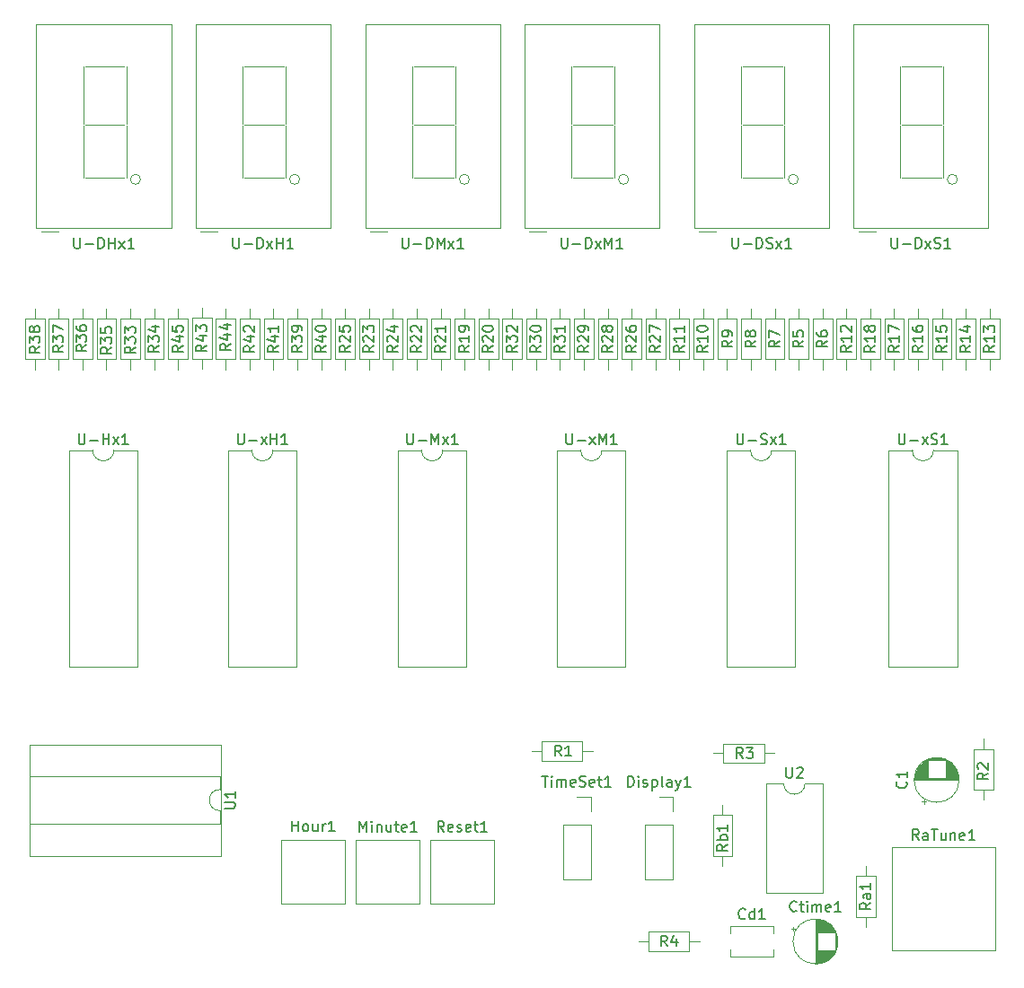
<source format=gbr>
%TF.GenerationSoftware,KiCad,Pcbnew,(6.0.2)*%
%TF.CreationDate,2022-08-16T14:22:19+04:00*%
%TF.ProjectId,ClockPCB,436c6f63-6b50-4434-922e-6b696361645f,rev?*%
%TF.SameCoordinates,Original*%
%TF.FileFunction,Legend,Top*%
%TF.FilePolarity,Positive*%
%FSLAX46Y46*%
G04 Gerber Fmt 4.6, Leading zero omitted, Abs format (unit mm)*
G04 Created by KiCad (PCBNEW (6.0.2)) date 2022-08-16 14:22:19*
%MOMM*%
%LPD*%
G01*
G04 APERTURE LIST*
%ADD10C,0.150000*%
%ADD11C,0.120000*%
G04 APERTURE END LIST*
D10*
%TO.C,U-Hx1*%
X26645476Y-59947380D02*
X26645476Y-60756904D01*
X26693095Y-60852142D01*
X26740714Y-60899761D01*
X26835952Y-60947380D01*
X27026428Y-60947380D01*
X27121666Y-60899761D01*
X27169285Y-60852142D01*
X27216904Y-60756904D01*
X27216904Y-59947380D01*
X27693095Y-60566428D02*
X28455000Y-60566428D01*
X28931190Y-60947380D02*
X28931190Y-59947380D01*
X28931190Y-60423571D02*
X29502619Y-60423571D01*
X29502619Y-60947380D02*
X29502619Y-59947380D01*
X29883571Y-60947380D02*
X30407380Y-60280714D01*
X29883571Y-60280714D02*
X30407380Y-60947380D01*
X31312142Y-60947380D02*
X30740714Y-60947380D01*
X31026428Y-60947380D02*
X31026428Y-59947380D01*
X30931190Y-60090238D01*
X30835952Y-60185476D01*
X30740714Y-60233095D01*
%TO.C,C1*%
X104607142Y-92766666D02*
X104654761Y-92814285D01*
X104702380Y-92957142D01*
X104702380Y-93052380D01*
X104654761Y-93195238D01*
X104559523Y-93290476D01*
X104464285Y-93338095D01*
X104273809Y-93385714D01*
X104130952Y-93385714D01*
X103940476Y-93338095D01*
X103845238Y-93290476D01*
X103750000Y-93195238D01*
X103702380Y-93052380D01*
X103702380Y-92957142D01*
X103750000Y-92814285D01*
X103797619Y-92766666D01*
X104702380Y-91814285D02*
X104702380Y-92385714D01*
X104702380Y-92100000D02*
X103702380Y-92100000D01*
X103845238Y-92195238D01*
X103940476Y-92290476D01*
X103988095Y-92385714D01*
%TO.C,U-DMx1*%
X57142857Y-41452380D02*
X57142857Y-42261904D01*
X57190476Y-42357142D01*
X57238095Y-42404761D01*
X57333333Y-42452380D01*
X57523809Y-42452380D01*
X57619047Y-42404761D01*
X57666666Y-42357142D01*
X57714285Y-42261904D01*
X57714285Y-41452380D01*
X58190476Y-42071428D02*
X58952380Y-42071428D01*
X59428571Y-42452380D02*
X59428571Y-41452380D01*
X59666666Y-41452380D01*
X59809523Y-41500000D01*
X59904761Y-41595238D01*
X59952380Y-41690476D01*
X60000000Y-41880952D01*
X60000000Y-42023809D01*
X59952380Y-42214285D01*
X59904761Y-42309523D01*
X59809523Y-42404761D01*
X59666666Y-42452380D01*
X59428571Y-42452380D01*
X60428571Y-42452380D02*
X60428571Y-41452380D01*
X60761904Y-42166666D01*
X61095238Y-41452380D01*
X61095238Y-42452380D01*
X61476190Y-42452380D02*
X62000000Y-41785714D01*
X61476190Y-41785714D02*
X62000000Y-42452380D01*
X62904761Y-42452380D02*
X62333333Y-42452380D01*
X62619047Y-42452380D02*
X62619047Y-41452380D01*
X62523809Y-41595238D01*
X62428571Y-41690476D01*
X62333333Y-41738095D01*
%TO.C,U-DHx1*%
X26190476Y-41452380D02*
X26190476Y-42261904D01*
X26238095Y-42357142D01*
X26285714Y-42404761D01*
X26380952Y-42452380D01*
X26571428Y-42452380D01*
X26666666Y-42404761D01*
X26714285Y-42357142D01*
X26761904Y-42261904D01*
X26761904Y-41452380D01*
X27238095Y-42071428D02*
X28000000Y-42071428D01*
X28476190Y-42452380D02*
X28476190Y-41452380D01*
X28714285Y-41452380D01*
X28857142Y-41500000D01*
X28952380Y-41595238D01*
X29000000Y-41690476D01*
X29047619Y-41880952D01*
X29047619Y-42023809D01*
X29000000Y-42214285D01*
X28952380Y-42309523D01*
X28857142Y-42404761D01*
X28714285Y-42452380D01*
X28476190Y-42452380D01*
X29476190Y-42452380D02*
X29476190Y-41452380D01*
X29476190Y-41928571D02*
X30047619Y-41928571D01*
X30047619Y-42452380D02*
X30047619Y-41452380D01*
X30428571Y-42452380D02*
X30952380Y-41785714D01*
X30428571Y-41785714D02*
X30952380Y-42452380D01*
X31857142Y-42452380D02*
X31285714Y-42452380D01*
X31571428Y-42452380D02*
X31571428Y-41452380D01*
X31476190Y-41595238D01*
X31380952Y-41690476D01*
X31285714Y-41738095D01*
%TO.C,U-DxH1*%
X41190476Y-41452380D02*
X41190476Y-42261904D01*
X41238095Y-42357142D01*
X41285714Y-42404761D01*
X41380952Y-42452380D01*
X41571428Y-42452380D01*
X41666666Y-42404761D01*
X41714285Y-42357142D01*
X41761904Y-42261904D01*
X41761904Y-41452380D01*
X42238095Y-42071428D02*
X43000000Y-42071428D01*
X43476190Y-42452380D02*
X43476190Y-41452380D01*
X43714285Y-41452380D01*
X43857142Y-41500000D01*
X43952380Y-41595238D01*
X44000000Y-41690476D01*
X44047619Y-41880952D01*
X44047619Y-42023809D01*
X44000000Y-42214285D01*
X43952380Y-42309523D01*
X43857142Y-42404761D01*
X43714285Y-42452380D01*
X43476190Y-42452380D01*
X44380952Y-42452380D02*
X44904761Y-41785714D01*
X44380952Y-41785714D02*
X44904761Y-42452380D01*
X45285714Y-42452380D02*
X45285714Y-41452380D01*
X45285714Y-41928571D02*
X45857142Y-41928571D01*
X45857142Y-42452380D02*
X45857142Y-41452380D01*
X46857142Y-42452380D02*
X46285714Y-42452380D01*
X46571428Y-42452380D02*
X46571428Y-41452380D01*
X46476190Y-41595238D01*
X46380952Y-41690476D01*
X46285714Y-41738095D01*
%TO.C,U-DSx1*%
X88238095Y-41452380D02*
X88238095Y-42261904D01*
X88285714Y-42357142D01*
X88333333Y-42404761D01*
X88428571Y-42452380D01*
X88619047Y-42452380D01*
X88714285Y-42404761D01*
X88761904Y-42357142D01*
X88809523Y-42261904D01*
X88809523Y-41452380D01*
X89285714Y-42071428D02*
X90047619Y-42071428D01*
X90523809Y-42452380D02*
X90523809Y-41452380D01*
X90761904Y-41452380D01*
X90904761Y-41500000D01*
X91000000Y-41595238D01*
X91047619Y-41690476D01*
X91095238Y-41880952D01*
X91095238Y-42023809D01*
X91047619Y-42214285D01*
X91000000Y-42309523D01*
X90904761Y-42404761D01*
X90761904Y-42452380D01*
X90523809Y-42452380D01*
X91476190Y-42404761D02*
X91619047Y-42452380D01*
X91857142Y-42452380D01*
X91952380Y-42404761D01*
X92000000Y-42357142D01*
X92047619Y-42261904D01*
X92047619Y-42166666D01*
X92000000Y-42071428D01*
X91952380Y-42023809D01*
X91857142Y-41976190D01*
X91666666Y-41928571D01*
X91571428Y-41880952D01*
X91523809Y-41833333D01*
X91476190Y-41738095D01*
X91476190Y-41642857D01*
X91523809Y-41547619D01*
X91571428Y-41500000D01*
X91666666Y-41452380D01*
X91904761Y-41452380D01*
X92047619Y-41500000D01*
X92380952Y-42452380D02*
X92904761Y-41785714D01*
X92380952Y-41785714D02*
X92904761Y-42452380D01*
X93809523Y-42452380D02*
X93238095Y-42452380D01*
X93523809Y-42452380D02*
X93523809Y-41452380D01*
X93428571Y-41595238D01*
X93333333Y-41690476D01*
X93238095Y-41738095D01*
%TO.C,U-DxS1*%
X103238095Y-41452380D02*
X103238095Y-42261904D01*
X103285714Y-42357142D01*
X103333333Y-42404761D01*
X103428571Y-42452380D01*
X103619047Y-42452380D01*
X103714285Y-42404761D01*
X103761904Y-42357142D01*
X103809523Y-42261904D01*
X103809523Y-41452380D01*
X104285714Y-42071428D02*
X105047619Y-42071428D01*
X105523809Y-42452380D02*
X105523809Y-41452380D01*
X105761904Y-41452380D01*
X105904761Y-41500000D01*
X106000000Y-41595238D01*
X106047619Y-41690476D01*
X106095238Y-41880952D01*
X106095238Y-42023809D01*
X106047619Y-42214285D01*
X106000000Y-42309523D01*
X105904761Y-42404761D01*
X105761904Y-42452380D01*
X105523809Y-42452380D01*
X106428571Y-42452380D02*
X106952380Y-41785714D01*
X106428571Y-41785714D02*
X106952380Y-42452380D01*
X107285714Y-42404761D02*
X107428571Y-42452380D01*
X107666666Y-42452380D01*
X107761904Y-42404761D01*
X107809523Y-42357142D01*
X107857142Y-42261904D01*
X107857142Y-42166666D01*
X107809523Y-42071428D01*
X107761904Y-42023809D01*
X107666666Y-41976190D01*
X107476190Y-41928571D01*
X107380952Y-41880952D01*
X107333333Y-41833333D01*
X107285714Y-41738095D01*
X107285714Y-41642857D01*
X107333333Y-41547619D01*
X107380952Y-41500000D01*
X107476190Y-41452380D01*
X107714285Y-41452380D01*
X107857142Y-41500000D01*
X108809523Y-42452380D02*
X108238095Y-42452380D01*
X108523809Y-42452380D02*
X108523809Y-41452380D01*
X108428571Y-41595238D01*
X108333333Y-41690476D01*
X108238095Y-41738095D01*
%TO.C,U-DxM1*%
X72142857Y-41452380D02*
X72142857Y-42261904D01*
X72190476Y-42357142D01*
X72238095Y-42404761D01*
X72333333Y-42452380D01*
X72523809Y-42452380D01*
X72619047Y-42404761D01*
X72666666Y-42357142D01*
X72714285Y-42261904D01*
X72714285Y-41452380D01*
X73190476Y-42071428D02*
X73952380Y-42071428D01*
X74428571Y-42452380D02*
X74428571Y-41452380D01*
X74666666Y-41452380D01*
X74809523Y-41500000D01*
X74904761Y-41595238D01*
X74952380Y-41690476D01*
X75000000Y-41880952D01*
X75000000Y-42023809D01*
X74952380Y-42214285D01*
X74904761Y-42309523D01*
X74809523Y-42404761D01*
X74666666Y-42452380D01*
X74428571Y-42452380D01*
X75333333Y-42452380D02*
X75857142Y-41785714D01*
X75333333Y-41785714D02*
X75857142Y-42452380D01*
X76238095Y-42452380D02*
X76238095Y-41452380D01*
X76571428Y-42166666D01*
X76904761Y-41452380D01*
X76904761Y-42452380D01*
X77904761Y-42452380D02*
X77333333Y-42452380D01*
X77619047Y-42452380D02*
X77619047Y-41452380D01*
X77523809Y-41595238D01*
X77428571Y-41690476D01*
X77333333Y-41738095D01*
%TO.C,TimeSet1*%
X70314285Y-92242380D02*
X70885714Y-92242380D01*
X70600000Y-93242380D02*
X70600000Y-92242380D01*
X71219047Y-93242380D02*
X71219047Y-92575714D01*
X71219047Y-92242380D02*
X71171428Y-92290000D01*
X71219047Y-92337619D01*
X71266666Y-92290000D01*
X71219047Y-92242380D01*
X71219047Y-92337619D01*
X71695238Y-93242380D02*
X71695238Y-92575714D01*
X71695238Y-92670952D02*
X71742857Y-92623333D01*
X71838095Y-92575714D01*
X71980952Y-92575714D01*
X72076190Y-92623333D01*
X72123809Y-92718571D01*
X72123809Y-93242380D01*
X72123809Y-92718571D02*
X72171428Y-92623333D01*
X72266666Y-92575714D01*
X72409523Y-92575714D01*
X72504761Y-92623333D01*
X72552380Y-92718571D01*
X72552380Y-93242380D01*
X73409523Y-93194761D02*
X73314285Y-93242380D01*
X73123809Y-93242380D01*
X73028571Y-93194761D01*
X72980952Y-93099523D01*
X72980952Y-92718571D01*
X73028571Y-92623333D01*
X73123809Y-92575714D01*
X73314285Y-92575714D01*
X73409523Y-92623333D01*
X73457142Y-92718571D01*
X73457142Y-92813809D01*
X72980952Y-92909047D01*
X73838095Y-93194761D02*
X73980952Y-93242380D01*
X74219047Y-93242380D01*
X74314285Y-93194761D01*
X74361904Y-93147142D01*
X74409523Y-93051904D01*
X74409523Y-92956666D01*
X74361904Y-92861428D01*
X74314285Y-92813809D01*
X74219047Y-92766190D01*
X74028571Y-92718571D01*
X73933333Y-92670952D01*
X73885714Y-92623333D01*
X73838095Y-92528095D01*
X73838095Y-92432857D01*
X73885714Y-92337619D01*
X73933333Y-92290000D01*
X74028571Y-92242380D01*
X74266666Y-92242380D01*
X74409523Y-92290000D01*
X75219047Y-93194761D02*
X75123809Y-93242380D01*
X74933333Y-93242380D01*
X74838095Y-93194761D01*
X74790476Y-93099523D01*
X74790476Y-92718571D01*
X74838095Y-92623333D01*
X74933333Y-92575714D01*
X75123809Y-92575714D01*
X75219047Y-92623333D01*
X75266666Y-92718571D01*
X75266666Y-92813809D01*
X74790476Y-92909047D01*
X75552380Y-92575714D02*
X75933333Y-92575714D01*
X75695238Y-92242380D02*
X75695238Y-93099523D01*
X75742857Y-93194761D01*
X75838095Y-93242380D01*
X75933333Y-93242380D01*
X76790476Y-93242380D02*
X76219047Y-93242380D01*
X76504761Y-93242380D02*
X76504761Y-92242380D01*
X76409523Y-92385238D01*
X76314285Y-92480476D01*
X76219047Y-92528095D01*
%TO.C,Display1*%
X78396428Y-93252380D02*
X78396428Y-92252380D01*
X78634523Y-92252380D01*
X78777380Y-92300000D01*
X78872619Y-92395238D01*
X78920238Y-92490476D01*
X78967857Y-92680952D01*
X78967857Y-92823809D01*
X78920238Y-93014285D01*
X78872619Y-93109523D01*
X78777380Y-93204761D01*
X78634523Y-93252380D01*
X78396428Y-93252380D01*
X79396428Y-93252380D02*
X79396428Y-92585714D01*
X79396428Y-92252380D02*
X79348809Y-92300000D01*
X79396428Y-92347619D01*
X79444047Y-92300000D01*
X79396428Y-92252380D01*
X79396428Y-92347619D01*
X79825000Y-93204761D02*
X79920238Y-93252380D01*
X80110714Y-93252380D01*
X80205952Y-93204761D01*
X80253571Y-93109523D01*
X80253571Y-93061904D01*
X80205952Y-92966666D01*
X80110714Y-92919047D01*
X79967857Y-92919047D01*
X79872619Y-92871428D01*
X79825000Y-92776190D01*
X79825000Y-92728571D01*
X79872619Y-92633333D01*
X79967857Y-92585714D01*
X80110714Y-92585714D01*
X80205952Y-92633333D01*
X80682142Y-92585714D02*
X80682142Y-93585714D01*
X80682142Y-92633333D02*
X80777380Y-92585714D01*
X80967857Y-92585714D01*
X81063095Y-92633333D01*
X81110714Y-92680952D01*
X81158333Y-92776190D01*
X81158333Y-93061904D01*
X81110714Y-93157142D01*
X81063095Y-93204761D01*
X80967857Y-93252380D01*
X80777380Y-93252380D01*
X80682142Y-93204761D01*
X81729761Y-93252380D02*
X81634523Y-93204761D01*
X81586904Y-93109523D01*
X81586904Y-92252380D01*
X82539285Y-93252380D02*
X82539285Y-92728571D01*
X82491666Y-92633333D01*
X82396428Y-92585714D01*
X82205952Y-92585714D01*
X82110714Y-92633333D01*
X82539285Y-93204761D02*
X82444047Y-93252380D01*
X82205952Y-93252380D01*
X82110714Y-93204761D01*
X82063095Y-93109523D01*
X82063095Y-93014285D01*
X82110714Y-92919047D01*
X82205952Y-92871428D01*
X82444047Y-92871428D01*
X82539285Y-92823809D01*
X82920238Y-92585714D02*
X83158333Y-93252380D01*
X83396428Y-92585714D02*
X83158333Y-93252380D01*
X83063095Y-93490476D01*
X83015476Y-93538095D01*
X82920238Y-93585714D01*
X84301190Y-93252380D02*
X83729761Y-93252380D01*
X84015476Y-93252380D02*
X84015476Y-92252380D01*
X83920238Y-92395238D01*
X83825000Y-92490476D01*
X83729761Y-92538095D01*
%TO.C,U2*%
X93328095Y-91412380D02*
X93328095Y-92221904D01*
X93375714Y-92317142D01*
X93423333Y-92364761D01*
X93518571Y-92412380D01*
X93709047Y-92412380D01*
X93804285Y-92364761D01*
X93851904Y-92317142D01*
X93899523Y-92221904D01*
X93899523Y-91412380D01*
X94328095Y-91507619D02*
X94375714Y-91460000D01*
X94470952Y-91412380D01*
X94709047Y-91412380D01*
X94804285Y-91460000D01*
X94851904Y-91507619D01*
X94899523Y-91602857D01*
X94899523Y-91698095D01*
X94851904Y-91840952D01*
X94280476Y-92412380D01*
X94899523Y-92412380D01*
%TO.C,U1*%
X40402380Y-95271904D02*
X41211904Y-95271904D01*
X41307142Y-95224285D01*
X41354761Y-95176666D01*
X41402380Y-95081428D01*
X41402380Y-94890952D01*
X41354761Y-94795714D01*
X41307142Y-94748095D01*
X41211904Y-94700476D01*
X40402380Y-94700476D01*
X41402380Y-93700476D02*
X41402380Y-94271904D01*
X41402380Y-93986190D02*
X40402380Y-93986190D01*
X40545238Y-94081428D01*
X40640476Y-94176666D01*
X40688095Y-94271904D01*
%TO.C,U-xS1*%
X103943095Y-59947380D02*
X103943095Y-60756904D01*
X103990714Y-60852142D01*
X104038333Y-60899761D01*
X104133571Y-60947380D01*
X104324047Y-60947380D01*
X104419285Y-60899761D01*
X104466904Y-60852142D01*
X104514523Y-60756904D01*
X104514523Y-59947380D01*
X104990714Y-60566428D02*
X105752619Y-60566428D01*
X106133571Y-60947380D02*
X106657380Y-60280714D01*
X106133571Y-60280714D02*
X106657380Y-60947380D01*
X106990714Y-60899761D02*
X107133571Y-60947380D01*
X107371666Y-60947380D01*
X107466904Y-60899761D01*
X107514523Y-60852142D01*
X107562142Y-60756904D01*
X107562142Y-60661666D01*
X107514523Y-60566428D01*
X107466904Y-60518809D01*
X107371666Y-60471190D01*
X107181190Y-60423571D01*
X107085952Y-60375952D01*
X107038333Y-60328333D01*
X106990714Y-60233095D01*
X106990714Y-60137857D01*
X107038333Y-60042619D01*
X107085952Y-59995000D01*
X107181190Y-59947380D01*
X107419285Y-59947380D01*
X107562142Y-59995000D01*
X108514523Y-60947380D02*
X107943095Y-60947380D01*
X108228809Y-60947380D02*
X108228809Y-59947380D01*
X108133571Y-60090238D01*
X108038333Y-60185476D01*
X107943095Y-60233095D01*
%TO.C,U-xM1*%
X72597857Y-59947380D02*
X72597857Y-60756904D01*
X72645476Y-60852142D01*
X72693095Y-60899761D01*
X72788333Y-60947380D01*
X72978809Y-60947380D01*
X73074047Y-60899761D01*
X73121666Y-60852142D01*
X73169285Y-60756904D01*
X73169285Y-59947380D01*
X73645476Y-60566428D02*
X74407380Y-60566428D01*
X74788333Y-60947380D02*
X75312142Y-60280714D01*
X74788333Y-60280714D02*
X75312142Y-60947380D01*
X75693095Y-60947380D02*
X75693095Y-59947380D01*
X76026428Y-60661666D01*
X76359761Y-59947380D01*
X76359761Y-60947380D01*
X77359761Y-60947380D02*
X76788333Y-60947380D01*
X77074047Y-60947380D02*
X77074047Y-59947380D01*
X76978809Y-60090238D01*
X76883571Y-60185476D01*
X76788333Y-60233095D01*
%TO.C,U-xH1*%
X41645476Y-59947380D02*
X41645476Y-60756904D01*
X41693095Y-60852142D01*
X41740714Y-60899761D01*
X41835952Y-60947380D01*
X42026428Y-60947380D01*
X42121666Y-60899761D01*
X42169285Y-60852142D01*
X42216904Y-60756904D01*
X42216904Y-59947380D01*
X42693095Y-60566428D02*
X43455000Y-60566428D01*
X43835952Y-60947380D02*
X44359761Y-60280714D01*
X43835952Y-60280714D02*
X44359761Y-60947380D01*
X44740714Y-60947380D02*
X44740714Y-59947380D01*
X44740714Y-60423571D02*
X45312142Y-60423571D01*
X45312142Y-60947380D02*
X45312142Y-59947380D01*
X46312142Y-60947380D02*
X45740714Y-60947380D01*
X46026428Y-60947380D02*
X46026428Y-59947380D01*
X45931190Y-60090238D01*
X45835952Y-60185476D01*
X45740714Y-60233095D01*
%TO.C,U-Sx1*%
X88693095Y-59947380D02*
X88693095Y-60756904D01*
X88740714Y-60852142D01*
X88788333Y-60899761D01*
X88883571Y-60947380D01*
X89074047Y-60947380D01*
X89169285Y-60899761D01*
X89216904Y-60852142D01*
X89264523Y-60756904D01*
X89264523Y-59947380D01*
X89740714Y-60566428D02*
X90502619Y-60566428D01*
X90931190Y-60899761D02*
X91074047Y-60947380D01*
X91312142Y-60947380D01*
X91407380Y-60899761D01*
X91455000Y-60852142D01*
X91502619Y-60756904D01*
X91502619Y-60661666D01*
X91455000Y-60566428D01*
X91407380Y-60518809D01*
X91312142Y-60471190D01*
X91121666Y-60423571D01*
X91026428Y-60375952D01*
X90978809Y-60328333D01*
X90931190Y-60233095D01*
X90931190Y-60137857D01*
X90978809Y-60042619D01*
X91026428Y-59995000D01*
X91121666Y-59947380D01*
X91359761Y-59947380D01*
X91502619Y-59995000D01*
X91835952Y-60947380D02*
X92359761Y-60280714D01*
X91835952Y-60280714D02*
X92359761Y-60947380D01*
X93264523Y-60947380D02*
X92693095Y-60947380D01*
X92978809Y-60947380D02*
X92978809Y-59947380D01*
X92883571Y-60090238D01*
X92788333Y-60185476D01*
X92693095Y-60233095D01*
%TO.C,U-Mx1*%
X57597857Y-59947380D02*
X57597857Y-60756904D01*
X57645476Y-60852142D01*
X57693095Y-60899761D01*
X57788333Y-60947380D01*
X57978809Y-60947380D01*
X58074047Y-60899761D01*
X58121666Y-60852142D01*
X58169285Y-60756904D01*
X58169285Y-59947380D01*
X58645476Y-60566428D02*
X59407380Y-60566428D01*
X59883571Y-60947380D02*
X59883571Y-59947380D01*
X60216904Y-60661666D01*
X60550238Y-59947380D01*
X60550238Y-60947380D01*
X60931190Y-60947380D02*
X61455000Y-60280714D01*
X60931190Y-60280714D02*
X61455000Y-60947380D01*
X62359761Y-60947380D02*
X61788333Y-60947380D01*
X62074047Y-60947380D02*
X62074047Y-59947380D01*
X61978809Y-60090238D01*
X61883571Y-60185476D01*
X61788333Y-60233095D01*
%TO.C,Reset1*%
X61075714Y-97492380D02*
X60742380Y-97016190D01*
X60504285Y-97492380D02*
X60504285Y-96492380D01*
X60885238Y-96492380D01*
X60980476Y-96540000D01*
X61028095Y-96587619D01*
X61075714Y-96682857D01*
X61075714Y-96825714D01*
X61028095Y-96920952D01*
X60980476Y-96968571D01*
X60885238Y-97016190D01*
X60504285Y-97016190D01*
X61885238Y-97444761D02*
X61790000Y-97492380D01*
X61599523Y-97492380D01*
X61504285Y-97444761D01*
X61456666Y-97349523D01*
X61456666Y-96968571D01*
X61504285Y-96873333D01*
X61599523Y-96825714D01*
X61790000Y-96825714D01*
X61885238Y-96873333D01*
X61932857Y-96968571D01*
X61932857Y-97063809D01*
X61456666Y-97159047D01*
X62313809Y-97444761D02*
X62409047Y-97492380D01*
X62599523Y-97492380D01*
X62694761Y-97444761D01*
X62742380Y-97349523D01*
X62742380Y-97301904D01*
X62694761Y-97206666D01*
X62599523Y-97159047D01*
X62456666Y-97159047D01*
X62361428Y-97111428D01*
X62313809Y-97016190D01*
X62313809Y-96968571D01*
X62361428Y-96873333D01*
X62456666Y-96825714D01*
X62599523Y-96825714D01*
X62694761Y-96873333D01*
X63551904Y-97444761D02*
X63456666Y-97492380D01*
X63266190Y-97492380D01*
X63170952Y-97444761D01*
X63123333Y-97349523D01*
X63123333Y-96968571D01*
X63170952Y-96873333D01*
X63266190Y-96825714D01*
X63456666Y-96825714D01*
X63551904Y-96873333D01*
X63599523Y-96968571D01*
X63599523Y-97063809D01*
X63123333Y-97159047D01*
X63885238Y-96825714D02*
X64266190Y-96825714D01*
X64028095Y-96492380D02*
X64028095Y-97349523D01*
X64075714Y-97444761D01*
X64170952Y-97492380D01*
X64266190Y-97492380D01*
X65123333Y-97492380D02*
X64551904Y-97492380D01*
X64837619Y-97492380D02*
X64837619Y-96492380D01*
X64742380Y-96635238D01*
X64647142Y-96730476D01*
X64551904Y-96778095D01*
%TO.C,Rb1*%
X87782380Y-98709047D02*
X87306190Y-99042380D01*
X87782380Y-99280476D02*
X86782380Y-99280476D01*
X86782380Y-98899523D01*
X86830000Y-98804285D01*
X86877619Y-98756666D01*
X86972857Y-98709047D01*
X87115714Y-98709047D01*
X87210952Y-98756666D01*
X87258571Y-98804285D01*
X87306190Y-98899523D01*
X87306190Y-99280476D01*
X87782380Y-98280476D02*
X86782380Y-98280476D01*
X87163333Y-98280476D02*
X87115714Y-98185238D01*
X87115714Y-97994761D01*
X87163333Y-97899523D01*
X87210952Y-97851904D01*
X87306190Y-97804285D01*
X87591904Y-97804285D01*
X87687142Y-97851904D01*
X87734761Y-97899523D01*
X87782380Y-97994761D01*
X87782380Y-98185238D01*
X87734761Y-98280476D01*
X87782380Y-96851904D02*
X87782380Y-97423333D01*
X87782380Y-97137619D02*
X86782380Y-97137619D01*
X86925238Y-97232857D01*
X87020476Y-97328095D01*
X87068095Y-97423333D01*
%TO.C,RaTune1*%
X105821666Y-98277380D02*
X105488333Y-97801190D01*
X105250238Y-98277380D02*
X105250238Y-97277380D01*
X105631190Y-97277380D01*
X105726428Y-97325000D01*
X105774047Y-97372619D01*
X105821666Y-97467857D01*
X105821666Y-97610714D01*
X105774047Y-97705952D01*
X105726428Y-97753571D01*
X105631190Y-97801190D01*
X105250238Y-97801190D01*
X106678809Y-98277380D02*
X106678809Y-97753571D01*
X106631190Y-97658333D01*
X106535952Y-97610714D01*
X106345476Y-97610714D01*
X106250238Y-97658333D01*
X106678809Y-98229761D02*
X106583571Y-98277380D01*
X106345476Y-98277380D01*
X106250238Y-98229761D01*
X106202619Y-98134523D01*
X106202619Y-98039285D01*
X106250238Y-97944047D01*
X106345476Y-97896428D01*
X106583571Y-97896428D01*
X106678809Y-97848809D01*
X107012142Y-97277380D02*
X107583571Y-97277380D01*
X107297857Y-98277380D02*
X107297857Y-97277380D01*
X108345476Y-97610714D02*
X108345476Y-98277380D01*
X107916904Y-97610714D02*
X107916904Y-98134523D01*
X107964523Y-98229761D01*
X108059761Y-98277380D01*
X108202619Y-98277380D01*
X108297857Y-98229761D01*
X108345476Y-98182142D01*
X108821666Y-97610714D02*
X108821666Y-98277380D01*
X108821666Y-97705952D02*
X108869285Y-97658333D01*
X108964523Y-97610714D01*
X109107380Y-97610714D01*
X109202619Y-97658333D01*
X109250238Y-97753571D01*
X109250238Y-98277380D01*
X110107380Y-98229761D02*
X110012142Y-98277380D01*
X109821666Y-98277380D01*
X109726428Y-98229761D01*
X109678809Y-98134523D01*
X109678809Y-97753571D01*
X109726428Y-97658333D01*
X109821666Y-97610714D01*
X110012142Y-97610714D01*
X110107380Y-97658333D01*
X110155000Y-97753571D01*
X110155000Y-97848809D01*
X109678809Y-97944047D01*
X111107380Y-98277380D02*
X110535952Y-98277380D01*
X110821666Y-98277380D02*
X110821666Y-97277380D01*
X110726428Y-97420238D01*
X110631190Y-97515476D01*
X110535952Y-97563095D01*
%TO.C,Ra1*%
X101282380Y-104209047D02*
X100806190Y-104542380D01*
X101282380Y-104780476D02*
X100282380Y-104780476D01*
X100282380Y-104399523D01*
X100330000Y-104304285D01*
X100377619Y-104256666D01*
X100472857Y-104209047D01*
X100615714Y-104209047D01*
X100710952Y-104256666D01*
X100758571Y-104304285D01*
X100806190Y-104399523D01*
X100806190Y-104780476D01*
X101282380Y-103351904D02*
X100758571Y-103351904D01*
X100663333Y-103399523D01*
X100615714Y-103494761D01*
X100615714Y-103685238D01*
X100663333Y-103780476D01*
X101234761Y-103351904D02*
X101282380Y-103447142D01*
X101282380Y-103685238D01*
X101234761Y-103780476D01*
X101139523Y-103828095D01*
X101044285Y-103828095D01*
X100949047Y-103780476D01*
X100901428Y-103685238D01*
X100901428Y-103447142D01*
X100853809Y-103351904D01*
X101282380Y-102351904D02*
X101282380Y-102923333D01*
X101282380Y-102637619D02*
X100282380Y-102637619D01*
X100425238Y-102732857D01*
X100520476Y-102828095D01*
X100568095Y-102923333D01*
%TO.C,R45*%
X36452380Y-51642857D02*
X35976190Y-51976190D01*
X36452380Y-52214285D02*
X35452380Y-52214285D01*
X35452380Y-51833333D01*
X35500000Y-51738095D01*
X35547619Y-51690476D01*
X35642857Y-51642857D01*
X35785714Y-51642857D01*
X35880952Y-51690476D01*
X35928571Y-51738095D01*
X35976190Y-51833333D01*
X35976190Y-52214285D01*
X35785714Y-50785714D02*
X36452380Y-50785714D01*
X35404761Y-51023809D02*
X36119047Y-51261904D01*
X36119047Y-50642857D01*
X35452380Y-49785714D02*
X35452380Y-50261904D01*
X35928571Y-50309523D01*
X35880952Y-50261904D01*
X35833333Y-50166666D01*
X35833333Y-49928571D01*
X35880952Y-49833333D01*
X35928571Y-49785714D01*
X36023809Y-49738095D01*
X36261904Y-49738095D01*
X36357142Y-49785714D01*
X36404761Y-49833333D01*
X36452380Y-49928571D01*
X36452380Y-50166666D01*
X36404761Y-50261904D01*
X36357142Y-50309523D01*
%TO.C,R44*%
X40952380Y-51452857D02*
X40476190Y-51786190D01*
X40952380Y-52024285D02*
X39952380Y-52024285D01*
X39952380Y-51643333D01*
X40000000Y-51548095D01*
X40047619Y-51500476D01*
X40142857Y-51452857D01*
X40285714Y-51452857D01*
X40380952Y-51500476D01*
X40428571Y-51548095D01*
X40476190Y-51643333D01*
X40476190Y-52024285D01*
X40285714Y-50595714D02*
X40952380Y-50595714D01*
X39904761Y-50833809D02*
X40619047Y-51071904D01*
X40619047Y-50452857D01*
X40285714Y-49643333D02*
X40952380Y-49643333D01*
X39904761Y-49881428D02*
X40619047Y-50119523D01*
X40619047Y-49500476D01*
%TO.C,R43*%
X38702380Y-51582857D02*
X38226190Y-51916190D01*
X38702380Y-52154285D02*
X37702380Y-52154285D01*
X37702380Y-51773333D01*
X37750000Y-51678095D01*
X37797619Y-51630476D01*
X37892857Y-51582857D01*
X38035714Y-51582857D01*
X38130952Y-51630476D01*
X38178571Y-51678095D01*
X38226190Y-51773333D01*
X38226190Y-52154285D01*
X38035714Y-50725714D02*
X38702380Y-50725714D01*
X37654761Y-50963809D02*
X38369047Y-51201904D01*
X38369047Y-50582857D01*
X37702380Y-50297142D02*
X37702380Y-49678095D01*
X38083333Y-50011428D01*
X38083333Y-49868571D01*
X38130952Y-49773333D01*
X38178571Y-49725714D01*
X38273809Y-49678095D01*
X38511904Y-49678095D01*
X38607142Y-49725714D01*
X38654761Y-49773333D01*
X38702380Y-49868571D01*
X38702380Y-50154285D01*
X38654761Y-50249523D01*
X38607142Y-50297142D01*
%TO.C,R42*%
X43202380Y-51642857D02*
X42726190Y-51976190D01*
X43202380Y-52214285D02*
X42202380Y-52214285D01*
X42202380Y-51833333D01*
X42250000Y-51738095D01*
X42297619Y-51690476D01*
X42392857Y-51642857D01*
X42535714Y-51642857D01*
X42630952Y-51690476D01*
X42678571Y-51738095D01*
X42726190Y-51833333D01*
X42726190Y-52214285D01*
X42535714Y-50785714D02*
X43202380Y-50785714D01*
X42154761Y-51023809D02*
X42869047Y-51261904D01*
X42869047Y-50642857D01*
X42297619Y-50309523D02*
X42250000Y-50261904D01*
X42202380Y-50166666D01*
X42202380Y-49928571D01*
X42250000Y-49833333D01*
X42297619Y-49785714D01*
X42392857Y-49738095D01*
X42488095Y-49738095D01*
X42630952Y-49785714D01*
X43202380Y-50357142D01*
X43202380Y-49738095D01*
%TO.C,R41*%
X45452380Y-51642857D02*
X44976190Y-51976190D01*
X45452380Y-52214285D02*
X44452380Y-52214285D01*
X44452380Y-51833333D01*
X44500000Y-51738095D01*
X44547619Y-51690476D01*
X44642857Y-51642857D01*
X44785714Y-51642857D01*
X44880952Y-51690476D01*
X44928571Y-51738095D01*
X44976190Y-51833333D01*
X44976190Y-52214285D01*
X44785714Y-50785714D02*
X45452380Y-50785714D01*
X44404761Y-51023809D02*
X45119047Y-51261904D01*
X45119047Y-50642857D01*
X45452380Y-49738095D02*
X45452380Y-50309523D01*
X45452380Y-50023809D02*
X44452380Y-50023809D01*
X44595238Y-50119047D01*
X44690476Y-50214285D01*
X44738095Y-50309523D01*
%TO.C,R40*%
X49952380Y-51642857D02*
X49476190Y-51976190D01*
X49952380Y-52214285D02*
X48952380Y-52214285D01*
X48952380Y-51833333D01*
X49000000Y-51738095D01*
X49047619Y-51690476D01*
X49142857Y-51642857D01*
X49285714Y-51642857D01*
X49380952Y-51690476D01*
X49428571Y-51738095D01*
X49476190Y-51833333D01*
X49476190Y-52214285D01*
X49285714Y-50785714D02*
X49952380Y-50785714D01*
X48904761Y-51023809D02*
X49619047Y-51261904D01*
X49619047Y-50642857D01*
X48952380Y-50071428D02*
X48952380Y-49976190D01*
X49000000Y-49880952D01*
X49047619Y-49833333D01*
X49142857Y-49785714D01*
X49333333Y-49738095D01*
X49571428Y-49738095D01*
X49761904Y-49785714D01*
X49857142Y-49833333D01*
X49904761Y-49880952D01*
X49952380Y-49976190D01*
X49952380Y-50071428D01*
X49904761Y-50166666D01*
X49857142Y-50214285D01*
X49761904Y-50261904D01*
X49571428Y-50309523D01*
X49333333Y-50309523D01*
X49142857Y-50261904D01*
X49047619Y-50214285D01*
X49000000Y-50166666D01*
X48952380Y-50071428D01*
%TO.C,R39*%
X47702380Y-51642857D02*
X47226190Y-51976190D01*
X47702380Y-52214285D02*
X46702380Y-52214285D01*
X46702380Y-51833333D01*
X46750000Y-51738095D01*
X46797619Y-51690476D01*
X46892857Y-51642857D01*
X47035714Y-51642857D01*
X47130952Y-51690476D01*
X47178571Y-51738095D01*
X47226190Y-51833333D01*
X47226190Y-52214285D01*
X46702380Y-51309523D02*
X46702380Y-50690476D01*
X47083333Y-51023809D01*
X47083333Y-50880952D01*
X47130952Y-50785714D01*
X47178571Y-50738095D01*
X47273809Y-50690476D01*
X47511904Y-50690476D01*
X47607142Y-50738095D01*
X47654761Y-50785714D01*
X47702380Y-50880952D01*
X47702380Y-51166666D01*
X47654761Y-51261904D01*
X47607142Y-51309523D01*
X47702380Y-50214285D02*
X47702380Y-50023809D01*
X47654761Y-49928571D01*
X47607142Y-49880952D01*
X47464285Y-49785714D01*
X47273809Y-49738095D01*
X46892857Y-49738095D01*
X46797619Y-49785714D01*
X46750000Y-49833333D01*
X46702380Y-49928571D01*
X46702380Y-50119047D01*
X46750000Y-50214285D01*
X46797619Y-50261904D01*
X46892857Y-50309523D01*
X47130952Y-50309523D01*
X47226190Y-50261904D01*
X47273809Y-50214285D01*
X47321428Y-50119047D01*
X47321428Y-49928571D01*
X47273809Y-49833333D01*
X47226190Y-49785714D01*
X47130952Y-49738095D01*
%TO.C,R38*%
X22982380Y-51702857D02*
X22506190Y-52036190D01*
X22982380Y-52274285D02*
X21982380Y-52274285D01*
X21982380Y-51893333D01*
X22030000Y-51798095D01*
X22077619Y-51750476D01*
X22172857Y-51702857D01*
X22315714Y-51702857D01*
X22410952Y-51750476D01*
X22458571Y-51798095D01*
X22506190Y-51893333D01*
X22506190Y-52274285D01*
X21982380Y-51369523D02*
X21982380Y-50750476D01*
X22363333Y-51083809D01*
X22363333Y-50940952D01*
X22410952Y-50845714D01*
X22458571Y-50798095D01*
X22553809Y-50750476D01*
X22791904Y-50750476D01*
X22887142Y-50798095D01*
X22934761Y-50845714D01*
X22982380Y-50940952D01*
X22982380Y-51226666D01*
X22934761Y-51321904D01*
X22887142Y-51369523D01*
X22410952Y-50179047D02*
X22363333Y-50274285D01*
X22315714Y-50321904D01*
X22220476Y-50369523D01*
X22172857Y-50369523D01*
X22077619Y-50321904D01*
X22030000Y-50274285D01*
X21982380Y-50179047D01*
X21982380Y-49988571D01*
X22030000Y-49893333D01*
X22077619Y-49845714D01*
X22172857Y-49798095D01*
X22220476Y-49798095D01*
X22315714Y-49845714D01*
X22363333Y-49893333D01*
X22410952Y-49988571D01*
X22410952Y-50179047D01*
X22458571Y-50274285D01*
X22506190Y-50321904D01*
X22601428Y-50369523D01*
X22791904Y-50369523D01*
X22887142Y-50321904D01*
X22934761Y-50274285D01*
X22982380Y-50179047D01*
X22982380Y-49988571D01*
X22934761Y-49893333D01*
X22887142Y-49845714D01*
X22791904Y-49798095D01*
X22601428Y-49798095D01*
X22506190Y-49845714D01*
X22458571Y-49893333D01*
X22410952Y-49988571D01*
%TO.C,R37*%
X25182380Y-51642857D02*
X24706190Y-51976190D01*
X25182380Y-52214285D02*
X24182380Y-52214285D01*
X24182380Y-51833333D01*
X24230000Y-51738095D01*
X24277619Y-51690476D01*
X24372857Y-51642857D01*
X24515714Y-51642857D01*
X24610952Y-51690476D01*
X24658571Y-51738095D01*
X24706190Y-51833333D01*
X24706190Y-52214285D01*
X24182380Y-51309523D02*
X24182380Y-50690476D01*
X24563333Y-51023809D01*
X24563333Y-50880952D01*
X24610952Y-50785714D01*
X24658571Y-50738095D01*
X24753809Y-50690476D01*
X24991904Y-50690476D01*
X25087142Y-50738095D01*
X25134761Y-50785714D01*
X25182380Y-50880952D01*
X25182380Y-51166666D01*
X25134761Y-51261904D01*
X25087142Y-51309523D01*
X24182380Y-50357142D02*
X24182380Y-49690476D01*
X25182380Y-50119047D01*
%TO.C,R36*%
X27382380Y-51572857D02*
X26906190Y-51906190D01*
X27382380Y-52144285D02*
X26382380Y-52144285D01*
X26382380Y-51763333D01*
X26430000Y-51668095D01*
X26477619Y-51620476D01*
X26572857Y-51572857D01*
X26715714Y-51572857D01*
X26810952Y-51620476D01*
X26858571Y-51668095D01*
X26906190Y-51763333D01*
X26906190Y-52144285D01*
X26382380Y-51239523D02*
X26382380Y-50620476D01*
X26763333Y-50953809D01*
X26763333Y-50810952D01*
X26810952Y-50715714D01*
X26858571Y-50668095D01*
X26953809Y-50620476D01*
X27191904Y-50620476D01*
X27287142Y-50668095D01*
X27334761Y-50715714D01*
X27382380Y-50810952D01*
X27382380Y-51096666D01*
X27334761Y-51191904D01*
X27287142Y-51239523D01*
X26382380Y-49763333D02*
X26382380Y-49953809D01*
X26430000Y-50049047D01*
X26477619Y-50096666D01*
X26620476Y-50191904D01*
X26810952Y-50239523D01*
X27191904Y-50239523D01*
X27287142Y-50191904D01*
X27334761Y-50144285D01*
X27382380Y-50049047D01*
X27382380Y-49858571D01*
X27334761Y-49763333D01*
X27287142Y-49715714D01*
X27191904Y-49668095D01*
X26953809Y-49668095D01*
X26858571Y-49715714D01*
X26810952Y-49763333D01*
X26763333Y-49858571D01*
X26763333Y-50049047D01*
X26810952Y-50144285D01*
X26858571Y-50191904D01*
X26953809Y-50239523D01*
%TO.C,R35*%
X29732380Y-51782857D02*
X29256190Y-52116190D01*
X29732380Y-52354285D02*
X28732380Y-52354285D01*
X28732380Y-51973333D01*
X28780000Y-51878095D01*
X28827619Y-51830476D01*
X28922857Y-51782857D01*
X29065714Y-51782857D01*
X29160952Y-51830476D01*
X29208571Y-51878095D01*
X29256190Y-51973333D01*
X29256190Y-52354285D01*
X28732380Y-51449523D02*
X28732380Y-50830476D01*
X29113333Y-51163809D01*
X29113333Y-51020952D01*
X29160952Y-50925714D01*
X29208571Y-50878095D01*
X29303809Y-50830476D01*
X29541904Y-50830476D01*
X29637142Y-50878095D01*
X29684761Y-50925714D01*
X29732380Y-51020952D01*
X29732380Y-51306666D01*
X29684761Y-51401904D01*
X29637142Y-51449523D01*
X28732380Y-49925714D02*
X28732380Y-50401904D01*
X29208571Y-50449523D01*
X29160952Y-50401904D01*
X29113333Y-50306666D01*
X29113333Y-50068571D01*
X29160952Y-49973333D01*
X29208571Y-49925714D01*
X29303809Y-49878095D01*
X29541904Y-49878095D01*
X29637142Y-49925714D01*
X29684761Y-49973333D01*
X29732380Y-50068571D01*
X29732380Y-50306666D01*
X29684761Y-50401904D01*
X29637142Y-50449523D01*
%TO.C,R34*%
X34202380Y-51642857D02*
X33726190Y-51976190D01*
X34202380Y-52214285D02*
X33202380Y-52214285D01*
X33202380Y-51833333D01*
X33250000Y-51738095D01*
X33297619Y-51690476D01*
X33392857Y-51642857D01*
X33535714Y-51642857D01*
X33630952Y-51690476D01*
X33678571Y-51738095D01*
X33726190Y-51833333D01*
X33726190Y-52214285D01*
X33202380Y-51309523D02*
X33202380Y-50690476D01*
X33583333Y-51023809D01*
X33583333Y-50880952D01*
X33630952Y-50785714D01*
X33678571Y-50738095D01*
X33773809Y-50690476D01*
X34011904Y-50690476D01*
X34107142Y-50738095D01*
X34154761Y-50785714D01*
X34202380Y-50880952D01*
X34202380Y-51166666D01*
X34154761Y-51261904D01*
X34107142Y-51309523D01*
X33535714Y-49833333D02*
X34202380Y-49833333D01*
X33154761Y-50071428D02*
X33869047Y-50309523D01*
X33869047Y-49690476D01*
%TO.C,R33*%
X31982380Y-51752857D02*
X31506190Y-52086190D01*
X31982380Y-52324285D02*
X30982380Y-52324285D01*
X30982380Y-51943333D01*
X31030000Y-51848095D01*
X31077619Y-51800476D01*
X31172857Y-51752857D01*
X31315714Y-51752857D01*
X31410952Y-51800476D01*
X31458571Y-51848095D01*
X31506190Y-51943333D01*
X31506190Y-52324285D01*
X30982380Y-51419523D02*
X30982380Y-50800476D01*
X31363333Y-51133809D01*
X31363333Y-50990952D01*
X31410952Y-50895714D01*
X31458571Y-50848095D01*
X31553809Y-50800476D01*
X31791904Y-50800476D01*
X31887142Y-50848095D01*
X31934761Y-50895714D01*
X31982380Y-50990952D01*
X31982380Y-51276666D01*
X31934761Y-51371904D01*
X31887142Y-51419523D01*
X30982380Y-50467142D02*
X30982380Y-49848095D01*
X31363333Y-50181428D01*
X31363333Y-50038571D01*
X31410952Y-49943333D01*
X31458571Y-49895714D01*
X31553809Y-49848095D01*
X31791904Y-49848095D01*
X31887142Y-49895714D01*
X31934761Y-49943333D01*
X31982380Y-50038571D01*
X31982380Y-50324285D01*
X31934761Y-50419523D01*
X31887142Y-50467142D01*
%TO.C,R32*%
X67952380Y-51642857D02*
X67476190Y-51976190D01*
X67952380Y-52214285D02*
X66952380Y-52214285D01*
X66952380Y-51833333D01*
X67000000Y-51738095D01*
X67047619Y-51690476D01*
X67142857Y-51642857D01*
X67285714Y-51642857D01*
X67380952Y-51690476D01*
X67428571Y-51738095D01*
X67476190Y-51833333D01*
X67476190Y-52214285D01*
X66952380Y-51309523D02*
X66952380Y-50690476D01*
X67333333Y-51023809D01*
X67333333Y-50880952D01*
X67380952Y-50785714D01*
X67428571Y-50738095D01*
X67523809Y-50690476D01*
X67761904Y-50690476D01*
X67857142Y-50738095D01*
X67904761Y-50785714D01*
X67952380Y-50880952D01*
X67952380Y-51166666D01*
X67904761Y-51261904D01*
X67857142Y-51309523D01*
X67047619Y-50309523D02*
X67000000Y-50261904D01*
X66952380Y-50166666D01*
X66952380Y-49928571D01*
X67000000Y-49833333D01*
X67047619Y-49785714D01*
X67142857Y-49738095D01*
X67238095Y-49738095D01*
X67380952Y-49785714D01*
X67952380Y-50357142D01*
X67952380Y-49738095D01*
%TO.C,R31*%
X72452380Y-51642857D02*
X71976190Y-51976190D01*
X72452380Y-52214285D02*
X71452380Y-52214285D01*
X71452380Y-51833333D01*
X71500000Y-51738095D01*
X71547619Y-51690476D01*
X71642857Y-51642857D01*
X71785714Y-51642857D01*
X71880952Y-51690476D01*
X71928571Y-51738095D01*
X71976190Y-51833333D01*
X71976190Y-52214285D01*
X71452380Y-51309523D02*
X71452380Y-50690476D01*
X71833333Y-51023809D01*
X71833333Y-50880952D01*
X71880952Y-50785714D01*
X71928571Y-50738095D01*
X72023809Y-50690476D01*
X72261904Y-50690476D01*
X72357142Y-50738095D01*
X72404761Y-50785714D01*
X72452380Y-50880952D01*
X72452380Y-51166666D01*
X72404761Y-51261904D01*
X72357142Y-51309523D01*
X72452380Y-49738095D02*
X72452380Y-50309523D01*
X72452380Y-50023809D02*
X71452380Y-50023809D01*
X71595238Y-50119047D01*
X71690476Y-50214285D01*
X71738095Y-50309523D01*
%TO.C,R30*%
X70202380Y-51642857D02*
X69726190Y-51976190D01*
X70202380Y-52214285D02*
X69202380Y-52214285D01*
X69202380Y-51833333D01*
X69250000Y-51738095D01*
X69297619Y-51690476D01*
X69392857Y-51642857D01*
X69535714Y-51642857D01*
X69630952Y-51690476D01*
X69678571Y-51738095D01*
X69726190Y-51833333D01*
X69726190Y-52214285D01*
X69202380Y-51309523D02*
X69202380Y-50690476D01*
X69583333Y-51023809D01*
X69583333Y-50880952D01*
X69630952Y-50785714D01*
X69678571Y-50738095D01*
X69773809Y-50690476D01*
X70011904Y-50690476D01*
X70107142Y-50738095D01*
X70154761Y-50785714D01*
X70202380Y-50880952D01*
X70202380Y-51166666D01*
X70154761Y-51261904D01*
X70107142Y-51309523D01*
X69202380Y-50071428D02*
X69202380Y-49976190D01*
X69250000Y-49880952D01*
X69297619Y-49833333D01*
X69392857Y-49785714D01*
X69583333Y-49738095D01*
X69821428Y-49738095D01*
X70011904Y-49785714D01*
X70107142Y-49833333D01*
X70154761Y-49880952D01*
X70202380Y-49976190D01*
X70202380Y-50071428D01*
X70154761Y-50166666D01*
X70107142Y-50214285D01*
X70011904Y-50261904D01*
X69821428Y-50309523D01*
X69583333Y-50309523D01*
X69392857Y-50261904D01*
X69297619Y-50214285D01*
X69250000Y-50166666D01*
X69202380Y-50071428D01*
%TO.C,R29*%
X74702380Y-51642857D02*
X74226190Y-51976190D01*
X74702380Y-52214285D02*
X73702380Y-52214285D01*
X73702380Y-51833333D01*
X73750000Y-51738095D01*
X73797619Y-51690476D01*
X73892857Y-51642857D01*
X74035714Y-51642857D01*
X74130952Y-51690476D01*
X74178571Y-51738095D01*
X74226190Y-51833333D01*
X74226190Y-52214285D01*
X73797619Y-51261904D02*
X73750000Y-51214285D01*
X73702380Y-51119047D01*
X73702380Y-50880952D01*
X73750000Y-50785714D01*
X73797619Y-50738095D01*
X73892857Y-50690476D01*
X73988095Y-50690476D01*
X74130952Y-50738095D01*
X74702380Y-51309523D01*
X74702380Y-50690476D01*
X74702380Y-50214285D02*
X74702380Y-50023809D01*
X74654761Y-49928571D01*
X74607142Y-49880952D01*
X74464285Y-49785714D01*
X74273809Y-49738095D01*
X73892857Y-49738095D01*
X73797619Y-49785714D01*
X73750000Y-49833333D01*
X73702380Y-49928571D01*
X73702380Y-50119047D01*
X73750000Y-50214285D01*
X73797619Y-50261904D01*
X73892857Y-50309523D01*
X74130952Y-50309523D01*
X74226190Y-50261904D01*
X74273809Y-50214285D01*
X74321428Y-50119047D01*
X74321428Y-49928571D01*
X74273809Y-49833333D01*
X74226190Y-49785714D01*
X74130952Y-49738095D01*
%TO.C,R28*%
X76952380Y-51642857D02*
X76476190Y-51976190D01*
X76952380Y-52214285D02*
X75952380Y-52214285D01*
X75952380Y-51833333D01*
X76000000Y-51738095D01*
X76047619Y-51690476D01*
X76142857Y-51642857D01*
X76285714Y-51642857D01*
X76380952Y-51690476D01*
X76428571Y-51738095D01*
X76476190Y-51833333D01*
X76476190Y-52214285D01*
X76047619Y-51261904D02*
X76000000Y-51214285D01*
X75952380Y-51119047D01*
X75952380Y-50880952D01*
X76000000Y-50785714D01*
X76047619Y-50738095D01*
X76142857Y-50690476D01*
X76238095Y-50690476D01*
X76380952Y-50738095D01*
X76952380Y-51309523D01*
X76952380Y-50690476D01*
X76380952Y-50119047D02*
X76333333Y-50214285D01*
X76285714Y-50261904D01*
X76190476Y-50309523D01*
X76142857Y-50309523D01*
X76047619Y-50261904D01*
X76000000Y-50214285D01*
X75952380Y-50119047D01*
X75952380Y-49928571D01*
X76000000Y-49833333D01*
X76047619Y-49785714D01*
X76142857Y-49738095D01*
X76190476Y-49738095D01*
X76285714Y-49785714D01*
X76333333Y-49833333D01*
X76380952Y-49928571D01*
X76380952Y-50119047D01*
X76428571Y-50214285D01*
X76476190Y-50261904D01*
X76571428Y-50309523D01*
X76761904Y-50309523D01*
X76857142Y-50261904D01*
X76904761Y-50214285D01*
X76952380Y-50119047D01*
X76952380Y-49928571D01*
X76904761Y-49833333D01*
X76857142Y-49785714D01*
X76761904Y-49738095D01*
X76571428Y-49738095D01*
X76476190Y-49785714D01*
X76428571Y-49833333D01*
X76380952Y-49928571D01*
%TO.C,R27*%
X81452380Y-51642857D02*
X80976190Y-51976190D01*
X81452380Y-52214285D02*
X80452380Y-52214285D01*
X80452380Y-51833333D01*
X80500000Y-51738095D01*
X80547619Y-51690476D01*
X80642857Y-51642857D01*
X80785714Y-51642857D01*
X80880952Y-51690476D01*
X80928571Y-51738095D01*
X80976190Y-51833333D01*
X80976190Y-52214285D01*
X80547619Y-51261904D02*
X80500000Y-51214285D01*
X80452380Y-51119047D01*
X80452380Y-50880952D01*
X80500000Y-50785714D01*
X80547619Y-50738095D01*
X80642857Y-50690476D01*
X80738095Y-50690476D01*
X80880952Y-50738095D01*
X81452380Y-51309523D01*
X81452380Y-50690476D01*
X80452380Y-50357142D02*
X80452380Y-49690476D01*
X81452380Y-50119047D01*
%TO.C,R26*%
X79202380Y-51642857D02*
X78726190Y-51976190D01*
X79202380Y-52214285D02*
X78202380Y-52214285D01*
X78202380Y-51833333D01*
X78250000Y-51738095D01*
X78297619Y-51690476D01*
X78392857Y-51642857D01*
X78535714Y-51642857D01*
X78630952Y-51690476D01*
X78678571Y-51738095D01*
X78726190Y-51833333D01*
X78726190Y-52214285D01*
X78297619Y-51261904D02*
X78250000Y-51214285D01*
X78202380Y-51119047D01*
X78202380Y-50880952D01*
X78250000Y-50785714D01*
X78297619Y-50738095D01*
X78392857Y-50690476D01*
X78488095Y-50690476D01*
X78630952Y-50738095D01*
X79202380Y-51309523D01*
X79202380Y-50690476D01*
X78202380Y-49833333D02*
X78202380Y-50023809D01*
X78250000Y-50119047D01*
X78297619Y-50166666D01*
X78440476Y-50261904D01*
X78630952Y-50309523D01*
X79011904Y-50309523D01*
X79107142Y-50261904D01*
X79154761Y-50214285D01*
X79202380Y-50119047D01*
X79202380Y-49928571D01*
X79154761Y-49833333D01*
X79107142Y-49785714D01*
X79011904Y-49738095D01*
X78773809Y-49738095D01*
X78678571Y-49785714D01*
X78630952Y-49833333D01*
X78583333Y-49928571D01*
X78583333Y-50119047D01*
X78630952Y-50214285D01*
X78678571Y-50261904D01*
X78773809Y-50309523D01*
%TO.C,R25*%
X52202380Y-51642857D02*
X51726190Y-51976190D01*
X52202380Y-52214285D02*
X51202380Y-52214285D01*
X51202380Y-51833333D01*
X51250000Y-51738095D01*
X51297619Y-51690476D01*
X51392857Y-51642857D01*
X51535714Y-51642857D01*
X51630952Y-51690476D01*
X51678571Y-51738095D01*
X51726190Y-51833333D01*
X51726190Y-52214285D01*
X51297619Y-51261904D02*
X51250000Y-51214285D01*
X51202380Y-51119047D01*
X51202380Y-50880952D01*
X51250000Y-50785714D01*
X51297619Y-50738095D01*
X51392857Y-50690476D01*
X51488095Y-50690476D01*
X51630952Y-50738095D01*
X52202380Y-51309523D01*
X52202380Y-50690476D01*
X51202380Y-49785714D02*
X51202380Y-50261904D01*
X51678571Y-50309523D01*
X51630952Y-50261904D01*
X51583333Y-50166666D01*
X51583333Y-49928571D01*
X51630952Y-49833333D01*
X51678571Y-49785714D01*
X51773809Y-49738095D01*
X52011904Y-49738095D01*
X52107142Y-49785714D01*
X52154761Y-49833333D01*
X52202380Y-49928571D01*
X52202380Y-50166666D01*
X52154761Y-50261904D01*
X52107142Y-50309523D01*
%TO.C,R24*%
X56702380Y-51642857D02*
X56226190Y-51976190D01*
X56702380Y-52214285D02*
X55702380Y-52214285D01*
X55702380Y-51833333D01*
X55750000Y-51738095D01*
X55797619Y-51690476D01*
X55892857Y-51642857D01*
X56035714Y-51642857D01*
X56130952Y-51690476D01*
X56178571Y-51738095D01*
X56226190Y-51833333D01*
X56226190Y-52214285D01*
X55797619Y-51261904D02*
X55750000Y-51214285D01*
X55702380Y-51119047D01*
X55702380Y-50880952D01*
X55750000Y-50785714D01*
X55797619Y-50738095D01*
X55892857Y-50690476D01*
X55988095Y-50690476D01*
X56130952Y-50738095D01*
X56702380Y-51309523D01*
X56702380Y-50690476D01*
X56035714Y-49833333D02*
X56702380Y-49833333D01*
X55654761Y-50071428D02*
X56369047Y-50309523D01*
X56369047Y-49690476D01*
%TO.C,R23*%
X54452380Y-51642857D02*
X53976190Y-51976190D01*
X54452380Y-52214285D02*
X53452380Y-52214285D01*
X53452380Y-51833333D01*
X53500000Y-51738095D01*
X53547619Y-51690476D01*
X53642857Y-51642857D01*
X53785714Y-51642857D01*
X53880952Y-51690476D01*
X53928571Y-51738095D01*
X53976190Y-51833333D01*
X53976190Y-52214285D01*
X53547619Y-51261904D02*
X53500000Y-51214285D01*
X53452380Y-51119047D01*
X53452380Y-50880952D01*
X53500000Y-50785714D01*
X53547619Y-50738095D01*
X53642857Y-50690476D01*
X53738095Y-50690476D01*
X53880952Y-50738095D01*
X54452380Y-51309523D01*
X54452380Y-50690476D01*
X53452380Y-50357142D02*
X53452380Y-49738095D01*
X53833333Y-50071428D01*
X53833333Y-49928571D01*
X53880952Y-49833333D01*
X53928571Y-49785714D01*
X54023809Y-49738095D01*
X54261904Y-49738095D01*
X54357142Y-49785714D01*
X54404761Y-49833333D01*
X54452380Y-49928571D01*
X54452380Y-50214285D01*
X54404761Y-50309523D01*
X54357142Y-50357142D01*
%TO.C,R22*%
X58952380Y-51642857D02*
X58476190Y-51976190D01*
X58952380Y-52214285D02*
X57952380Y-52214285D01*
X57952380Y-51833333D01*
X58000000Y-51738095D01*
X58047619Y-51690476D01*
X58142857Y-51642857D01*
X58285714Y-51642857D01*
X58380952Y-51690476D01*
X58428571Y-51738095D01*
X58476190Y-51833333D01*
X58476190Y-52214285D01*
X58047619Y-51261904D02*
X58000000Y-51214285D01*
X57952380Y-51119047D01*
X57952380Y-50880952D01*
X58000000Y-50785714D01*
X58047619Y-50738095D01*
X58142857Y-50690476D01*
X58238095Y-50690476D01*
X58380952Y-50738095D01*
X58952380Y-51309523D01*
X58952380Y-50690476D01*
X58047619Y-50309523D02*
X58000000Y-50261904D01*
X57952380Y-50166666D01*
X57952380Y-49928571D01*
X58000000Y-49833333D01*
X58047619Y-49785714D01*
X58142857Y-49738095D01*
X58238095Y-49738095D01*
X58380952Y-49785714D01*
X58952380Y-50357142D01*
X58952380Y-49738095D01*
%TO.C,R21*%
X61202380Y-51642857D02*
X60726190Y-51976190D01*
X61202380Y-52214285D02*
X60202380Y-52214285D01*
X60202380Y-51833333D01*
X60250000Y-51738095D01*
X60297619Y-51690476D01*
X60392857Y-51642857D01*
X60535714Y-51642857D01*
X60630952Y-51690476D01*
X60678571Y-51738095D01*
X60726190Y-51833333D01*
X60726190Y-52214285D01*
X60297619Y-51261904D02*
X60250000Y-51214285D01*
X60202380Y-51119047D01*
X60202380Y-50880952D01*
X60250000Y-50785714D01*
X60297619Y-50738095D01*
X60392857Y-50690476D01*
X60488095Y-50690476D01*
X60630952Y-50738095D01*
X61202380Y-51309523D01*
X61202380Y-50690476D01*
X61202380Y-49738095D02*
X61202380Y-50309523D01*
X61202380Y-50023809D02*
X60202380Y-50023809D01*
X60345238Y-50119047D01*
X60440476Y-50214285D01*
X60488095Y-50309523D01*
%TO.C,R20*%
X65702380Y-51642857D02*
X65226190Y-51976190D01*
X65702380Y-52214285D02*
X64702380Y-52214285D01*
X64702380Y-51833333D01*
X64750000Y-51738095D01*
X64797619Y-51690476D01*
X64892857Y-51642857D01*
X65035714Y-51642857D01*
X65130952Y-51690476D01*
X65178571Y-51738095D01*
X65226190Y-51833333D01*
X65226190Y-52214285D01*
X64797619Y-51261904D02*
X64750000Y-51214285D01*
X64702380Y-51119047D01*
X64702380Y-50880952D01*
X64750000Y-50785714D01*
X64797619Y-50738095D01*
X64892857Y-50690476D01*
X64988095Y-50690476D01*
X65130952Y-50738095D01*
X65702380Y-51309523D01*
X65702380Y-50690476D01*
X64702380Y-50071428D02*
X64702380Y-49976190D01*
X64750000Y-49880952D01*
X64797619Y-49833333D01*
X64892857Y-49785714D01*
X65083333Y-49738095D01*
X65321428Y-49738095D01*
X65511904Y-49785714D01*
X65607142Y-49833333D01*
X65654761Y-49880952D01*
X65702380Y-49976190D01*
X65702380Y-50071428D01*
X65654761Y-50166666D01*
X65607142Y-50214285D01*
X65511904Y-50261904D01*
X65321428Y-50309523D01*
X65083333Y-50309523D01*
X64892857Y-50261904D01*
X64797619Y-50214285D01*
X64750000Y-50166666D01*
X64702380Y-50071428D01*
%TO.C,R19*%
X63452380Y-51642857D02*
X62976190Y-51976190D01*
X63452380Y-52214285D02*
X62452380Y-52214285D01*
X62452380Y-51833333D01*
X62500000Y-51738095D01*
X62547619Y-51690476D01*
X62642857Y-51642857D01*
X62785714Y-51642857D01*
X62880952Y-51690476D01*
X62928571Y-51738095D01*
X62976190Y-51833333D01*
X62976190Y-52214285D01*
X63452380Y-50690476D02*
X63452380Y-51261904D01*
X63452380Y-50976190D02*
X62452380Y-50976190D01*
X62595238Y-51071428D01*
X62690476Y-51166666D01*
X62738095Y-51261904D01*
X63452380Y-50214285D02*
X63452380Y-50023809D01*
X63404761Y-49928571D01*
X63357142Y-49880952D01*
X63214285Y-49785714D01*
X63023809Y-49738095D01*
X62642857Y-49738095D01*
X62547619Y-49785714D01*
X62500000Y-49833333D01*
X62452380Y-49928571D01*
X62452380Y-50119047D01*
X62500000Y-50214285D01*
X62547619Y-50261904D01*
X62642857Y-50309523D01*
X62880952Y-50309523D01*
X62976190Y-50261904D01*
X63023809Y-50214285D01*
X63071428Y-50119047D01*
X63071428Y-49928571D01*
X63023809Y-49833333D01*
X62976190Y-49785714D01*
X62880952Y-49738095D01*
%TO.C,R18*%
X101702380Y-51642857D02*
X101226190Y-51976190D01*
X101702380Y-52214285D02*
X100702380Y-52214285D01*
X100702380Y-51833333D01*
X100750000Y-51738095D01*
X100797619Y-51690476D01*
X100892857Y-51642857D01*
X101035714Y-51642857D01*
X101130952Y-51690476D01*
X101178571Y-51738095D01*
X101226190Y-51833333D01*
X101226190Y-52214285D01*
X101702380Y-50690476D02*
X101702380Y-51261904D01*
X101702380Y-50976190D02*
X100702380Y-50976190D01*
X100845238Y-51071428D01*
X100940476Y-51166666D01*
X100988095Y-51261904D01*
X101130952Y-50119047D02*
X101083333Y-50214285D01*
X101035714Y-50261904D01*
X100940476Y-50309523D01*
X100892857Y-50309523D01*
X100797619Y-50261904D01*
X100750000Y-50214285D01*
X100702380Y-50119047D01*
X100702380Y-49928571D01*
X100750000Y-49833333D01*
X100797619Y-49785714D01*
X100892857Y-49738095D01*
X100940476Y-49738095D01*
X101035714Y-49785714D01*
X101083333Y-49833333D01*
X101130952Y-49928571D01*
X101130952Y-50119047D01*
X101178571Y-50214285D01*
X101226190Y-50261904D01*
X101321428Y-50309523D01*
X101511904Y-50309523D01*
X101607142Y-50261904D01*
X101654761Y-50214285D01*
X101702380Y-50119047D01*
X101702380Y-49928571D01*
X101654761Y-49833333D01*
X101607142Y-49785714D01*
X101511904Y-49738095D01*
X101321428Y-49738095D01*
X101226190Y-49785714D01*
X101178571Y-49833333D01*
X101130952Y-49928571D01*
%TO.C,R17*%
X103952380Y-51642857D02*
X103476190Y-51976190D01*
X103952380Y-52214285D02*
X102952380Y-52214285D01*
X102952380Y-51833333D01*
X103000000Y-51738095D01*
X103047619Y-51690476D01*
X103142857Y-51642857D01*
X103285714Y-51642857D01*
X103380952Y-51690476D01*
X103428571Y-51738095D01*
X103476190Y-51833333D01*
X103476190Y-52214285D01*
X103952380Y-50690476D02*
X103952380Y-51261904D01*
X103952380Y-50976190D02*
X102952380Y-50976190D01*
X103095238Y-51071428D01*
X103190476Y-51166666D01*
X103238095Y-51261904D01*
X102952380Y-50357142D02*
X102952380Y-49690476D01*
X103952380Y-50119047D01*
%TO.C,R16*%
X106202380Y-51642857D02*
X105726190Y-51976190D01*
X106202380Y-52214285D02*
X105202380Y-52214285D01*
X105202380Y-51833333D01*
X105250000Y-51738095D01*
X105297619Y-51690476D01*
X105392857Y-51642857D01*
X105535714Y-51642857D01*
X105630952Y-51690476D01*
X105678571Y-51738095D01*
X105726190Y-51833333D01*
X105726190Y-52214285D01*
X106202380Y-50690476D02*
X106202380Y-51261904D01*
X106202380Y-50976190D02*
X105202380Y-50976190D01*
X105345238Y-51071428D01*
X105440476Y-51166666D01*
X105488095Y-51261904D01*
X105202380Y-49833333D02*
X105202380Y-50023809D01*
X105250000Y-50119047D01*
X105297619Y-50166666D01*
X105440476Y-50261904D01*
X105630952Y-50309523D01*
X106011904Y-50309523D01*
X106107142Y-50261904D01*
X106154761Y-50214285D01*
X106202380Y-50119047D01*
X106202380Y-49928571D01*
X106154761Y-49833333D01*
X106107142Y-49785714D01*
X106011904Y-49738095D01*
X105773809Y-49738095D01*
X105678571Y-49785714D01*
X105630952Y-49833333D01*
X105583333Y-49928571D01*
X105583333Y-50119047D01*
X105630952Y-50214285D01*
X105678571Y-50261904D01*
X105773809Y-50309523D01*
%TO.C,R15*%
X108452380Y-51642857D02*
X107976190Y-51976190D01*
X108452380Y-52214285D02*
X107452380Y-52214285D01*
X107452380Y-51833333D01*
X107500000Y-51738095D01*
X107547619Y-51690476D01*
X107642857Y-51642857D01*
X107785714Y-51642857D01*
X107880952Y-51690476D01*
X107928571Y-51738095D01*
X107976190Y-51833333D01*
X107976190Y-52214285D01*
X108452380Y-50690476D02*
X108452380Y-51261904D01*
X108452380Y-50976190D02*
X107452380Y-50976190D01*
X107595238Y-51071428D01*
X107690476Y-51166666D01*
X107738095Y-51261904D01*
X107452380Y-49785714D02*
X107452380Y-50261904D01*
X107928571Y-50309523D01*
X107880952Y-50261904D01*
X107833333Y-50166666D01*
X107833333Y-49928571D01*
X107880952Y-49833333D01*
X107928571Y-49785714D01*
X108023809Y-49738095D01*
X108261904Y-49738095D01*
X108357142Y-49785714D01*
X108404761Y-49833333D01*
X108452380Y-49928571D01*
X108452380Y-50166666D01*
X108404761Y-50261904D01*
X108357142Y-50309523D01*
%TO.C,R14*%
X110702380Y-51642857D02*
X110226190Y-51976190D01*
X110702380Y-52214285D02*
X109702380Y-52214285D01*
X109702380Y-51833333D01*
X109750000Y-51738095D01*
X109797619Y-51690476D01*
X109892857Y-51642857D01*
X110035714Y-51642857D01*
X110130952Y-51690476D01*
X110178571Y-51738095D01*
X110226190Y-51833333D01*
X110226190Y-52214285D01*
X110702380Y-50690476D02*
X110702380Y-51261904D01*
X110702380Y-50976190D02*
X109702380Y-50976190D01*
X109845238Y-51071428D01*
X109940476Y-51166666D01*
X109988095Y-51261904D01*
X110035714Y-49833333D02*
X110702380Y-49833333D01*
X109654761Y-50071428D02*
X110369047Y-50309523D01*
X110369047Y-49690476D01*
%TO.C,R13*%
X112952380Y-51642857D02*
X112476190Y-51976190D01*
X112952380Y-52214285D02*
X111952380Y-52214285D01*
X111952380Y-51833333D01*
X112000000Y-51738095D01*
X112047619Y-51690476D01*
X112142857Y-51642857D01*
X112285714Y-51642857D01*
X112380952Y-51690476D01*
X112428571Y-51738095D01*
X112476190Y-51833333D01*
X112476190Y-52214285D01*
X112952380Y-50690476D02*
X112952380Y-51261904D01*
X112952380Y-50976190D02*
X111952380Y-50976190D01*
X112095238Y-51071428D01*
X112190476Y-51166666D01*
X112238095Y-51261904D01*
X111952380Y-50357142D02*
X111952380Y-49738095D01*
X112333333Y-50071428D01*
X112333333Y-49928571D01*
X112380952Y-49833333D01*
X112428571Y-49785714D01*
X112523809Y-49738095D01*
X112761904Y-49738095D01*
X112857142Y-49785714D01*
X112904761Y-49833333D01*
X112952380Y-49928571D01*
X112952380Y-50214285D01*
X112904761Y-50309523D01*
X112857142Y-50357142D01*
%TO.C,R12*%
X99452380Y-51642857D02*
X98976190Y-51976190D01*
X99452380Y-52214285D02*
X98452380Y-52214285D01*
X98452380Y-51833333D01*
X98500000Y-51738095D01*
X98547619Y-51690476D01*
X98642857Y-51642857D01*
X98785714Y-51642857D01*
X98880952Y-51690476D01*
X98928571Y-51738095D01*
X98976190Y-51833333D01*
X98976190Y-52214285D01*
X99452380Y-50690476D02*
X99452380Y-51261904D01*
X99452380Y-50976190D02*
X98452380Y-50976190D01*
X98595238Y-51071428D01*
X98690476Y-51166666D01*
X98738095Y-51261904D01*
X98547619Y-50309523D02*
X98500000Y-50261904D01*
X98452380Y-50166666D01*
X98452380Y-49928571D01*
X98500000Y-49833333D01*
X98547619Y-49785714D01*
X98642857Y-49738095D01*
X98738095Y-49738095D01*
X98880952Y-49785714D01*
X99452380Y-50357142D01*
X99452380Y-49738095D01*
%TO.C,R11*%
X83702380Y-51642857D02*
X83226190Y-51976190D01*
X83702380Y-52214285D02*
X82702380Y-52214285D01*
X82702380Y-51833333D01*
X82750000Y-51738095D01*
X82797619Y-51690476D01*
X82892857Y-51642857D01*
X83035714Y-51642857D01*
X83130952Y-51690476D01*
X83178571Y-51738095D01*
X83226190Y-51833333D01*
X83226190Y-52214285D01*
X83702380Y-50690476D02*
X83702380Y-51261904D01*
X83702380Y-50976190D02*
X82702380Y-50976190D01*
X82845238Y-51071428D01*
X82940476Y-51166666D01*
X82988095Y-51261904D01*
X83702380Y-49738095D02*
X83702380Y-50309523D01*
X83702380Y-50023809D02*
X82702380Y-50023809D01*
X82845238Y-50119047D01*
X82940476Y-50214285D01*
X82988095Y-50309523D01*
%TO.C,R10*%
X85904880Y-51642857D02*
X85428690Y-51976190D01*
X85904880Y-52214285D02*
X84904880Y-52214285D01*
X84904880Y-51833333D01*
X84952500Y-51738095D01*
X85000119Y-51690476D01*
X85095357Y-51642857D01*
X85238214Y-51642857D01*
X85333452Y-51690476D01*
X85381071Y-51738095D01*
X85428690Y-51833333D01*
X85428690Y-52214285D01*
X85904880Y-50690476D02*
X85904880Y-51261904D01*
X85904880Y-50976190D02*
X84904880Y-50976190D01*
X85047738Y-51071428D01*
X85142976Y-51166666D01*
X85190595Y-51261904D01*
X84904880Y-50071428D02*
X84904880Y-49976190D01*
X84952500Y-49880952D01*
X85000119Y-49833333D01*
X85095357Y-49785714D01*
X85285833Y-49738095D01*
X85523928Y-49738095D01*
X85714404Y-49785714D01*
X85809642Y-49833333D01*
X85857261Y-49880952D01*
X85904880Y-49976190D01*
X85904880Y-50071428D01*
X85857261Y-50166666D01*
X85809642Y-50214285D01*
X85714404Y-50261904D01*
X85523928Y-50309523D01*
X85285833Y-50309523D01*
X85095357Y-50261904D01*
X85000119Y-50214285D01*
X84952500Y-50166666D01*
X84904880Y-50071428D01*
%TO.C,R9*%
X88252380Y-51166666D02*
X87776190Y-51500000D01*
X88252380Y-51738095D02*
X87252380Y-51738095D01*
X87252380Y-51357142D01*
X87300000Y-51261904D01*
X87347619Y-51214285D01*
X87442857Y-51166666D01*
X87585714Y-51166666D01*
X87680952Y-51214285D01*
X87728571Y-51261904D01*
X87776190Y-51357142D01*
X87776190Y-51738095D01*
X88252380Y-50690476D02*
X88252380Y-50500000D01*
X88204761Y-50404761D01*
X88157142Y-50357142D01*
X88014285Y-50261904D01*
X87823809Y-50214285D01*
X87442857Y-50214285D01*
X87347619Y-50261904D01*
X87300000Y-50309523D01*
X87252380Y-50404761D01*
X87252380Y-50595238D01*
X87300000Y-50690476D01*
X87347619Y-50738095D01*
X87442857Y-50785714D01*
X87680952Y-50785714D01*
X87776190Y-50738095D01*
X87823809Y-50690476D01*
X87871428Y-50595238D01*
X87871428Y-50404761D01*
X87823809Y-50309523D01*
X87776190Y-50261904D01*
X87680952Y-50214285D01*
%TO.C,R8*%
X90452380Y-51166666D02*
X89976190Y-51500000D01*
X90452380Y-51738095D02*
X89452380Y-51738095D01*
X89452380Y-51357142D01*
X89500000Y-51261904D01*
X89547619Y-51214285D01*
X89642857Y-51166666D01*
X89785714Y-51166666D01*
X89880952Y-51214285D01*
X89928571Y-51261904D01*
X89976190Y-51357142D01*
X89976190Y-51738095D01*
X89880952Y-50595238D02*
X89833333Y-50690476D01*
X89785714Y-50738095D01*
X89690476Y-50785714D01*
X89642857Y-50785714D01*
X89547619Y-50738095D01*
X89500000Y-50690476D01*
X89452380Y-50595238D01*
X89452380Y-50404761D01*
X89500000Y-50309523D01*
X89547619Y-50261904D01*
X89642857Y-50214285D01*
X89690476Y-50214285D01*
X89785714Y-50261904D01*
X89833333Y-50309523D01*
X89880952Y-50404761D01*
X89880952Y-50595238D01*
X89928571Y-50690476D01*
X89976190Y-50738095D01*
X90071428Y-50785714D01*
X90261904Y-50785714D01*
X90357142Y-50738095D01*
X90404761Y-50690476D01*
X90452380Y-50595238D01*
X90452380Y-50404761D01*
X90404761Y-50309523D01*
X90357142Y-50261904D01*
X90261904Y-50214285D01*
X90071428Y-50214285D01*
X89976190Y-50261904D01*
X89928571Y-50309523D01*
X89880952Y-50404761D01*
%TO.C,R7*%
X92702380Y-51166666D02*
X92226190Y-51500000D01*
X92702380Y-51738095D02*
X91702380Y-51738095D01*
X91702380Y-51357142D01*
X91750000Y-51261904D01*
X91797619Y-51214285D01*
X91892857Y-51166666D01*
X92035714Y-51166666D01*
X92130952Y-51214285D01*
X92178571Y-51261904D01*
X92226190Y-51357142D01*
X92226190Y-51738095D01*
X91702380Y-50833333D02*
X91702380Y-50166666D01*
X92702380Y-50595238D01*
%TO.C,R6*%
X97202380Y-51166666D02*
X96726190Y-51500000D01*
X97202380Y-51738095D02*
X96202380Y-51738095D01*
X96202380Y-51357142D01*
X96250000Y-51261904D01*
X96297619Y-51214285D01*
X96392857Y-51166666D01*
X96535714Y-51166666D01*
X96630952Y-51214285D01*
X96678571Y-51261904D01*
X96726190Y-51357142D01*
X96726190Y-51738095D01*
X96202380Y-50309523D02*
X96202380Y-50500000D01*
X96250000Y-50595238D01*
X96297619Y-50642857D01*
X96440476Y-50738095D01*
X96630952Y-50785714D01*
X97011904Y-50785714D01*
X97107142Y-50738095D01*
X97154761Y-50690476D01*
X97202380Y-50595238D01*
X97202380Y-50404761D01*
X97154761Y-50309523D01*
X97107142Y-50261904D01*
X97011904Y-50214285D01*
X96773809Y-50214285D01*
X96678571Y-50261904D01*
X96630952Y-50309523D01*
X96583333Y-50404761D01*
X96583333Y-50595238D01*
X96630952Y-50690476D01*
X96678571Y-50738095D01*
X96773809Y-50785714D01*
%TO.C,R5*%
X94952380Y-51166666D02*
X94476190Y-51500000D01*
X94952380Y-51738095D02*
X93952380Y-51738095D01*
X93952380Y-51357142D01*
X94000000Y-51261904D01*
X94047619Y-51214285D01*
X94142857Y-51166666D01*
X94285714Y-51166666D01*
X94380952Y-51214285D01*
X94428571Y-51261904D01*
X94476190Y-51357142D01*
X94476190Y-51738095D01*
X93952380Y-50261904D02*
X93952380Y-50738095D01*
X94428571Y-50785714D01*
X94380952Y-50738095D01*
X94333333Y-50642857D01*
X94333333Y-50404761D01*
X94380952Y-50309523D01*
X94428571Y-50261904D01*
X94523809Y-50214285D01*
X94761904Y-50214285D01*
X94857142Y-50261904D01*
X94904761Y-50309523D01*
X94952380Y-50404761D01*
X94952380Y-50642857D01*
X94904761Y-50738095D01*
X94857142Y-50785714D01*
%TO.C,R4*%
X82103333Y-108292380D02*
X81770000Y-107816190D01*
X81531904Y-108292380D02*
X81531904Y-107292380D01*
X81912857Y-107292380D01*
X82008095Y-107340000D01*
X82055714Y-107387619D01*
X82103333Y-107482857D01*
X82103333Y-107625714D01*
X82055714Y-107720952D01*
X82008095Y-107768571D01*
X81912857Y-107816190D01*
X81531904Y-107816190D01*
X82960476Y-107625714D02*
X82960476Y-108292380D01*
X82722380Y-107244761D02*
X82484285Y-107959047D01*
X83103333Y-107959047D01*
%TO.C,R3*%
X89233333Y-90552380D02*
X88900000Y-90076190D01*
X88661904Y-90552380D02*
X88661904Y-89552380D01*
X89042857Y-89552380D01*
X89138095Y-89600000D01*
X89185714Y-89647619D01*
X89233333Y-89742857D01*
X89233333Y-89885714D01*
X89185714Y-89980952D01*
X89138095Y-90028571D01*
X89042857Y-90076190D01*
X88661904Y-90076190D01*
X89566666Y-89552380D02*
X90185714Y-89552380D01*
X89852380Y-89933333D01*
X89995238Y-89933333D01*
X90090476Y-89980952D01*
X90138095Y-90028571D01*
X90185714Y-90123809D01*
X90185714Y-90361904D01*
X90138095Y-90457142D01*
X90090476Y-90504761D01*
X89995238Y-90552380D01*
X89709523Y-90552380D01*
X89614285Y-90504761D01*
X89566666Y-90457142D01*
%TO.C,R2*%
X112352380Y-91966666D02*
X111876190Y-92300000D01*
X112352380Y-92538095D02*
X111352380Y-92538095D01*
X111352380Y-92157142D01*
X111400000Y-92061904D01*
X111447619Y-92014285D01*
X111542857Y-91966666D01*
X111685714Y-91966666D01*
X111780952Y-92014285D01*
X111828571Y-92061904D01*
X111876190Y-92157142D01*
X111876190Y-92538095D01*
X111447619Y-91585714D02*
X111400000Y-91538095D01*
X111352380Y-91442857D01*
X111352380Y-91204761D01*
X111400000Y-91109523D01*
X111447619Y-91061904D01*
X111542857Y-91014285D01*
X111638095Y-91014285D01*
X111780952Y-91061904D01*
X112352380Y-91633333D01*
X112352380Y-91014285D01*
%TO.C,R1*%
X72123333Y-90352380D02*
X71790000Y-89876190D01*
X71551904Y-90352380D02*
X71551904Y-89352380D01*
X71932857Y-89352380D01*
X72028095Y-89400000D01*
X72075714Y-89447619D01*
X72123333Y-89542857D01*
X72123333Y-89685714D01*
X72075714Y-89780952D01*
X72028095Y-89828571D01*
X71932857Y-89876190D01*
X71551904Y-89876190D01*
X73075714Y-90352380D02*
X72504285Y-90352380D01*
X72790000Y-90352380D02*
X72790000Y-89352380D01*
X72694761Y-89495238D01*
X72599523Y-89590476D01*
X72504285Y-89638095D01*
%TO.C,Minute1*%
X53123333Y-97492380D02*
X53123333Y-96492380D01*
X53456666Y-97206666D01*
X53790000Y-96492380D01*
X53790000Y-97492380D01*
X54266190Y-97492380D02*
X54266190Y-96825714D01*
X54266190Y-96492380D02*
X54218571Y-96540000D01*
X54266190Y-96587619D01*
X54313809Y-96540000D01*
X54266190Y-96492380D01*
X54266190Y-96587619D01*
X54742380Y-96825714D02*
X54742380Y-97492380D01*
X54742380Y-96920952D02*
X54790000Y-96873333D01*
X54885238Y-96825714D01*
X55028095Y-96825714D01*
X55123333Y-96873333D01*
X55170952Y-96968571D01*
X55170952Y-97492380D01*
X56075714Y-96825714D02*
X56075714Y-97492380D01*
X55647142Y-96825714D02*
X55647142Y-97349523D01*
X55694761Y-97444761D01*
X55790000Y-97492380D01*
X55932857Y-97492380D01*
X56028095Y-97444761D01*
X56075714Y-97397142D01*
X56409047Y-96825714D02*
X56790000Y-96825714D01*
X56551904Y-96492380D02*
X56551904Y-97349523D01*
X56599523Y-97444761D01*
X56694761Y-97492380D01*
X56790000Y-97492380D01*
X57504285Y-97444761D02*
X57409047Y-97492380D01*
X57218571Y-97492380D01*
X57123333Y-97444761D01*
X57075714Y-97349523D01*
X57075714Y-96968571D01*
X57123333Y-96873333D01*
X57218571Y-96825714D01*
X57409047Y-96825714D01*
X57504285Y-96873333D01*
X57551904Y-96968571D01*
X57551904Y-97063809D01*
X57075714Y-97159047D01*
X58504285Y-97492380D02*
X57932857Y-97492380D01*
X58218571Y-97492380D02*
X58218571Y-96492380D01*
X58123333Y-96635238D01*
X58028095Y-96730476D01*
X57932857Y-96778095D01*
%TO.C,Hour1*%
X46773809Y-97452380D02*
X46773809Y-96452380D01*
X46773809Y-96928571D02*
X47345238Y-96928571D01*
X47345238Y-97452380D02*
X47345238Y-96452380D01*
X47964285Y-97452380D02*
X47869047Y-97404761D01*
X47821428Y-97357142D01*
X47773809Y-97261904D01*
X47773809Y-96976190D01*
X47821428Y-96880952D01*
X47869047Y-96833333D01*
X47964285Y-96785714D01*
X48107142Y-96785714D01*
X48202380Y-96833333D01*
X48250000Y-96880952D01*
X48297619Y-96976190D01*
X48297619Y-97261904D01*
X48250000Y-97357142D01*
X48202380Y-97404761D01*
X48107142Y-97452380D01*
X47964285Y-97452380D01*
X49154761Y-96785714D02*
X49154761Y-97452380D01*
X48726190Y-96785714D02*
X48726190Y-97309523D01*
X48773809Y-97404761D01*
X48869047Y-97452380D01*
X49011904Y-97452380D01*
X49107142Y-97404761D01*
X49154761Y-97357142D01*
X49630952Y-97452380D02*
X49630952Y-96785714D01*
X49630952Y-96976190D02*
X49678571Y-96880952D01*
X49726190Y-96833333D01*
X49821428Y-96785714D01*
X49916666Y-96785714D01*
X50773809Y-97452380D02*
X50202380Y-97452380D01*
X50488095Y-97452380D02*
X50488095Y-96452380D01*
X50392857Y-96595238D01*
X50297619Y-96690476D01*
X50202380Y-96738095D01*
%TO.C,Ctime1*%
X94294285Y-104947142D02*
X94246666Y-104994761D01*
X94103809Y-105042380D01*
X94008571Y-105042380D01*
X93865714Y-104994761D01*
X93770476Y-104899523D01*
X93722857Y-104804285D01*
X93675238Y-104613809D01*
X93675238Y-104470952D01*
X93722857Y-104280476D01*
X93770476Y-104185238D01*
X93865714Y-104090000D01*
X94008571Y-104042380D01*
X94103809Y-104042380D01*
X94246666Y-104090000D01*
X94294285Y-104137619D01*
X94580000Y-104375714D02*
X94960952Y-104375714D01*
X94722857Y-104042380D02*
X94722857Y-104899523D01*
X94770476Y-104994761D01*
X94865714Y-105042380D01*
X94960952Y-105042380D01*
X95294285Y-105042380D02*
X95294285Y-104375714D01*
X95294285Y-104042380D02*
X95246666Y-104090000D01*
X95294285Y-104137619D01*
X95341904Y-104090000D01*
X95294285Y-104042380D01*
X95294285Y-104137619D01*
X95770476Y-105042380D02*
X95770476Y-104375714D01*
X95770476Y-104470952D02*
X95818095Y-104423333D01*
X95913333Y-104375714D01*
X96056190Y-104375714D01*
X96151428Y-104423333D01*
X96199047Y-104518571D01*
X96199047Y-105042380D01*
X96199047Y-104518571D02*
X96246666Y-104423333D01*
X96341904Y-104375714D01*
X96484761Y-104375714D01*
X96580000Y-104423333D01*
X96627619Y-104518571D01*
X96627619Y-105042380D01*
X97484761Y-104994761D02*
X97389523Y-105042380D01*
X97199047Y-105042380D01*
X97103809Y-104994761D01*
X97056190Y-104899523D01*
X97056190Y-104518571D01*
X97103809Y-104423333D01*
X97199047Y-104375714D01*
X97389523Y-104375714D01*
X97484761Y-104423333D01*
X97532380Y-104518571D01*
X97532380Y-104613809D01*
X97056190Y-104709047D01*
X98484761Y-105042380D02*
X97913333Y-105042380D01*
X98199047Y-105042380D02*
X98199047Y-104042380D01*
X98103809Y-104185238D01*
X98008571Y-104280476D01*
X97913333Y-104328095D01*
%TO.C,Cd1*%
X89460952Y-105647142D02*
X89413333Y-105694761D01*
X89270476Y-105742380D01*
X89175238Y-105742380D01*
X89032380Y-105694761D01*
X88937142Y-105599523D01*
X88889523Y-105504285D01*
X88841904Y-105313809D01*
X88841904Y-105170952D01*
X88889523Y-104980476D01*
X88937142Y-104885238D01*
X89032380Y-104790000D01*
X89175238Y-104742380D01*
X89270476Y-104742380D01*
X89413333Y-104790000D01*
X89460952Y-104837619D01*
X90318095Y-105742380D02*
X90318095Y-104742380D01*
X90318095Y-105694761D02*
X90222857Y-105742380D01*
X90032380Y-105742380D01*
X89937142Y-105694761D01*
X89889523Y-105647142D01*
X89841904Y-105551904D01*
X89841904Y-105266190D01*
X89889523Y-105170952D01*
X89937142Y-105123333D01*
X90032380Y-105075714D01*
X90222857Y-105075714D01*
X90318095Y-105123333D01*
X91318095Y-105742380D02*
X90746666Y-105742380D01*
X91032380Y-105742380D02*
X91032380Y-104742380D01*
X90937142Y-104885238D01*
X90841904Y-104980476D01*
X90746666Y-105028095D01*
D11*
%TO.C,U-Hx1*%
X27955000Y-61495000D02*
G75*
G03*
X29955000Y-61495000I1000000J0D01*
G01*
X25720000Y-81935000D02*
X32190000Y-81935000D01*
X32190000Y-61495000D02*
X29955000Y-61495000D01*
X32190000Y-81935000D02*
X32190000Y-61495000D01*
X27955000Y-61495000D02*
X25720000Y-61495000D01*
X25720000Y-61495000D02*
X25720000Y-81935000D01*
%TO.C,C1*%
X108340000Y-92280000D02*
X109556000Y-92280000D01*
X106149000Y-90999000D02*
X106660000Y-90999000D01*
X105984000Y-91159000D02*
X106660000Y-91159000D01*
X108340000Y-90839000D02*
X108642000Y-90839000D01*
X106104000Y-91039000D02*
X106660000Y-91039000D01*
X106022000Y-91119000D02*
X106660000Y-91119000D01*
X108340000Y-91159000D02*
X109016000Y-91159000D01*
X108340000Y-92320000D02*
X109562000Y-92320000D01*
X108340000Y-91679000D02*
X109370000Y-91679000D01*
X108340000Y-92000000D02*
X109494000Y-92000000D01*
X105466000Y-92160000D02*
X106660000Y-92160000D01*
X106963000Y-90559000D02*
X108037000Y-90559000D01*
X107130000Y-90519000D02*
X107870000Y-90519000D01*
X105421000Y-92520000D02*
X109579000Y-92520000D01*
X105429000Y-92400000D02*
X106660000Y-92400000D01*
X105560000Y-91839000D02*
X106660000Y-91839000D01*
X106560000Y-90719000D02*
X108440000Y-90719000D01*
X106062000Y-91079000D02*
X106660000Y-91079000D01*
X105820000Y-91359000D02*
X106660000Y-91359000D01*
X105532000Y-91920000D02*
X106660000Y-91920000D01*
X108340000Y-91839000D02*
X109440000Y-91839000D01*
X105546000Y-91879000D02*
X106660000Y-91879000D01*
X105423000Y-92480000D02*
X109577000Y-92480000D01*
X105420000Y-92560000D02*
X109580000Y-92560000D01*
X105433000Y-92360000D02*
X106660000Y-92360000D01*
X105649000Y-91639000D02*
X106660000Y-91639000D01*
X108340000Y-91119000D02*
X108978000Y-91119000D01*
X105630000Y-91679000D02*
X106660000Y-91679000D01*
X108340000Y-92120000D02*
X109525000Y-92120000D01*
X108340000Y-91519000D02*
X109285000Y-91519000D01*
X106246000Y-90919000D02*
X106660000Y-90919000D01*
X105765000Y-91439000D02*
X106660000Y-91439000D01*
X108340000Y-91399000D02*
X109208000Y-91399000D01*
X108340000Y-92240000D02*
X109550000Y-92240000D01*
X108340000Y-92040000D02*
X109505000Y-92040000D01*
X108340000Y-91559000D02*
X109308000Y-91559000D01*
X108340000Y-92080000D02*
X109516000Y-92080000D01*
X108340000Y-91960000D02*
X109482000Y-91960000D01*
X108340000Y-91079000D02*
X108938000Y-91079000D01*
X108340000Y-91879000D02*
X109454000Y-91879000D01*
X108340000Y-91759000D02*
X109407000Y-91759000D01*
X108340000Y-90879000D02*
X108700000Y-90879000D01*
X106196000Y-90959000D02*
X106660000Y-90959000D01*
X105948000Y-91199000D02*
X106660000Y-91199000D01*
X108340000Y-91239000D02*
X109087000Y-91239000D01*
X108340000Y-90919000D02*
X108754000Y-90919000D01*
X106487000Y-90759000D02*
X108513000Y-90759000D01*
X105881000Y-91279000D02*
X106660000Y-91279000D01*
X108340000Y-91479000D02*
X109260000Y-91479000D01*
X105740000Y-91479000D02*
X106660000Y-91479000D01*
X106300000Y-90879000D02*
X106660000Y-90879000D01*
X105670000Y-91599000D02*
X106660000Y-91599000D01*
X105611000Y-91719000D02*
X106660000Y-91719000D01*
X108340000Y-91439000D02*
X109235000Y-91439000D01*
X105576000Y-91799000D02*
X106660000Y-91799000D01*
X108340000Y-90959000D02*
X108804000Y-90959000D01*
X108340000Y-92160000D02*
X109534000Y-92160000D01*
X108340000Y-91359000D02*
X109180000Y-91359000D01*
X106305000Y-94869801D02*
X106305000Y-94469801D01*
X105444000Y-92280000D02*
X106660000Y-92280000D01*
X106732000Y-90639000D02*
X108268000Y-90639000D01*
X105518000Y-91960000D02*
X106660000Y-91960000D01*
X106105000Y-94669801D02*
X106505000Y-94669801D01*
X108340000Y-91639000D02*
X109351000Y-91639000D01*
X105692000Y-91559000D02*
X106660000Y-91559000D01*
X105458000Y-92200000D02*
X106660000Y-92200000D01*
X108340000Y-91039000D02*
X108896000Y-91039000D01*
X105715000Y-91519000D02*
X106660000Y-91519000D01*
X105913000Y-91239000D02*
X106660000Y-91239000D01*
X108340000Y-91799000D02*
X109424000Y-91799000D01*
X108340000Y-91279000D02*
X109119000Y-91279000D01*
X105506000Y-92000000D02*
X106660000Y-92000000D01*
X108340000Y-92200000D02*
X109542000Y-92200000D01*
X105593000Y-91759000D02*
X106660000Y-91759000D01*
X105426000Y-92440000D02*
X109574000Y-92440000D01*
X108340000Y-91920000D02*
X109468000Y-91920000D01*
X108340000Y-91599000D02*
X109330000Y-91599000D01*
X108340000Y-91319000D02*
X109150000Y-91319000D01*
X108340000Y-90799000D02*
X108580000Y-90799000D01*
X106420000Y-90799000D02*
X106660000Y-90799000D01*
X108340000Y-91719000D02*
X109389000Y-91719000D01*
X105420000Y-92600000D02*
X109580000Y-92600000D01*
X105792000Y-91399000D02*
X106660000Y-91399000D01*
X106836000Y-90599000D02*
X108164000Y-90599000D01*
X108340000Y-92360000D02*
X109567000Y-92360000D01*
X108340000Y-91199000D02*
X109052000Y-91199000D01*
X106641000Y-90679000D02*
X108359000Y-90679000D01*
X108340000Y-92400000D02*
X109571000Y-92400000D01*
X105484000Y-92080000D02*
X106660000Y-92080000D01*
X108340000Y-90999000D02*
X108851000Y-90999000D01*
X105450000Y-92240000D02*
X106660000Y-92240000D01*
X106358000Y-90839000D02*
X106660000Y-90839000D01*
X105475000Y-92120000D02*
X106660000Y-92120000D01*
X105850000Y-91319000D02*
X106660000Y-91319000D01*
X105495000Y-92040000D02*
X106660000Y-92040000D01*
X105438000Y-92320000D02*
X106660000Y-92320000D01*
X109620000Y-92600000D02*
G75*
G03*
X109620000Y-92600000I-2120000J0D01*
G01*
%TO.C,U-DMx1*%
X62118000Y-25314300D02*
X62118000Y-30673700D01*
X58079400Y-25314300D02*
X58079400Y-30673700D01*
X66360000Y-21267500D02*
X66360000Y-40487500D01*
X58257200Y-35753700D02*
X61940200Y-35753700D01*
X53640000Y-40487500D02*
X66360000Y-40487500D01*
X53640000Y-21267500D02*
X66360000Y-21267500D01*
X62118000Y-30851500D02*
X62118000Y-35753700D01*
X54120000Y-40837500D02*
X55730000Y-40837500D01*
X53640000Y-21267500D02*
X53640000Y-40487500D01*
X58257200Y-30749900D02*
X61940200Y-30749900D01*
X58079400Y-30851500D02*
X58079400Y-35753700D01*
X58257200Y-25288900D02*
X61940200Y-25288900D01*
X63462467Y-35939967D02*
G75*
G03*
X63462467Y-35939967I-472467J0D01*
G01*
%TO.C,U-DHx1*%
X31118000Y-25314300D02*
X31118000Y-30673700D01*
X27079400Y-25314300D02*
X27079400Y-30673700D01*
X35360000Y-21267500D02*
X35360000Y-40487500D01*
X27257200Y-35753700D02*
X30940200Y-35753700D01*
X22640000Y-40487500D02*
X35360000Y-40487500D01*
X22640000Y-21267500D02*
X35360000Y-21267500D01*
X31118000Y-30851500D02*
X31118000Y-35753700D01*
X23120000Y-40837500D02*
X24730000Y-40837500D01*
X22640000Y-21267500D02*
X22640000Y-40487500D01*
X27257200Y-30749900D02*
X30940200Y-30749900D01*
X27079400Y-30851500D02*
X27079400Y-35753700D01*
X27257200Y-25288900D02*
X30940200Y-25288900D01*
X32462467Y-35939967D02*
G75*
G03*
X32462467Y-35939967I-472467J0D01*
G01*
%TO.C,U-DxH1*%
X46118000Y-25314300D02*
X46118000Y-30673700D01*
X42079400Y-25314300D02*
X42079400Y-30673700D01*
X50360000Y-21267500D02*
X50360000Y-40487500D01*
X42257200Y-35753700D02*
X45940200Y-35753700D01*
X37640000Y-40487500D02*
X50360000Y-40487500D01*
X37640000Y-21267500D02*
X50360000Y-21267500D01*
X46118000Y-30851500D02*
X46118000Y-35753700D01*
X38120000Y-40837500D02*
X39730000Y-40837500D01*
X37640000Y-21267500D02*
X37640000Y-40487500D01*
X42257200Y-30749900D02*
X45940200Y-30749900D01*
X42079400Y-30851500D02*
X42079400Y-35753700D01*
X42257200Y-25288900D02*
X45940200Y-25288900D01*
X47462467Y-35939967D02*
G75*
G03*
X47462467Y-35939967I-472467J0D01*
G01*
%TO.C,U-DSx1*%
X93118000Y-25314300D02*
X93118000Y-30673700D01*
X89079400Y-25314300D02*
X89079400Y-30673700D01*
X97360000Y-21267500D02*
X97360000Y-40487500D01*
X89257200Y-35753700D02*
X92940200Y-35753700D01*
X84640000Y-40487500D02*
X97360000Y-40487500D01*
X84640000Y-21267500D02*
X97360000Y-21267500D01*
X93118000Y-30851500D02*
X93118000Y-35753700D01*
X85120000Y-40837500D02*
X86730000Y-40837500D01*
X84640000Y-21267500D02*
X84640000Y-40487500D01*
X89257200Y-30749900D02*
X92940200Y-30749900D01*
X89079400Y-30851500D02*
X89079400Y-35753700D01*
X89257200Y-25288900D02*
X92940200Y-25288900D01*
X94462467Y-35939967D02*
G75*
G03*
X94462467Y-35939967I-472467J0D01*
G01*
%TO.C,U-DxS1*%
X108118000Y-25314300D02*
X108118000Y-30673700D01*
X104079400Y-25314300D02*
X104079400Y-30673700D01*
X112360000Y-21267500D02*
X112360000Y-40487500D01*
X104257200Y-35753700D02*
X107940200Y-35753700D01*
X99640000Y-40487500D02*
X112360000Y-40487500D01*
X99640000Y-21267500D02*
X112360000Y-21267500D01*
X108118000Y-30851500D02*
X108118000Y-35753700D01*
X100120000Y-40837500D02*
X101730000Y-40837500D01*
X99640000Y-21267500D02*
X99640000Y-40487500D01*
X104257200Y-30749900D02*
X107940200Y-30749900D01*
X104079400Y-30851500D02*
X104079400Y-35753700D01*
X104257200Y-25288900D02*
X107940200Y-25288900D01*
X109462467Y-35939967D02*
G75*
G03*
X109462467Y-35939967I-472467J0D01*
G01*
%TO.C,U-DxM1*%
X77118000Y-25314300D02*
X77118000Y-30673700D01*
X73079400Y-25314300D02*
X73079400Y-30673700D01*
X81360000Y-21267500D02*
X81360000Y-40487500D01*
X73257200Y-35753700D02*
X76940200Y-35753700D01*
X68640000Y-40487500D02*
X81360000Y-40487500D01*
X68640000Y-21267500D02*
X81360000Y-21267500D01*
X77118000Y-30851500D02*
X77118000Y-35753700D01*
X69120000Y-40837500D02*
X70730000Y-40837500D01*
X68640000Y-21267500D02*
X68640000Y-40487500D01*
X73257200Y-30749900D02*
X76940200Y-30749900D01*
X73079400Y-30851500D02*
X73079400Y-35753700D01*
X73257200Y-25288900D02*
X76940200Y-25288900D01*
X78462467Y-35939967D02*
G75*
G03*
X78462467Y-35939967I-472467J0D01*
G01*
%TO.C,TimeSet1*%
X73600000Y-94230000D02*
X74930000Y-94230000D01*
X74930000Y-96830000D02*
X74930000Y-101970000D01*
X72270000Y-96830000D02*
X72270000Y-101970000D01*
X72270000Y-96830000D02*
X74930000Y-96830000D01*
X74930000Y-94230000D02*
X74930000Y-95560000D01*
X72270000Y-101970000D02*
X74930000Y-101970000D01*
%TO.C,Display1*%
X81325000Y-94245000D02*
X82655000Y-94245000D01*
X82655000Y-96845000D02*
X82655000Y-101985000D01*
X79995000Y-96845000D02*
X79995000Y-101985000D01*
X79995000Y-96845000D02*
X82655000Y-96845000D01*
X82655000Y-94245000D02*
X82655000Y-95575000D01*
X79995000Y-101985000D02*
X82655000Y-101985000D01*
%TO.C,U2*%
X96740000Y-92960000D02*
X95090000Y-92960000D01*
X91440000Y-92960000D02*
X91440000Y-103240000D01*
X96740000Y-103240000D02*
X96740000Y-92960000D01*
X93090000Y-92960000D02*
X91440000Y-92960000D01*
X91440000Y-103240000D02*
X96740000Y-103240000D01*
X93090000Y-92960000D02*
G75*
G03*
X95090000Y-92960000I1000000J0D01*
G01*
%TO.C,U1*%
X22050000Y-96760000D02*
X39950000Y-96760000D01*
X40010000Y-99760000D02*
X40010000Y-89260000D01*
X40010000Y-89260000D02*
X21990000Y-89260000D01*
X39950000Y-93510000D02*
X39950000Y-92260000D01*
X21990000Y-99760000D02*
X40010000Y-99760000D01*
X21990000Y-89260000D02*
X21990000Y-99760000D01*
X22050000Y-92260000D02*
X22050000Y-96760000D01*
X39950000Y-96760000D02*
X39950000Y-95510000D01*
X39950000Y-92260000D02*
X22050000Y-92260000D01*
X39950000Y-93510000D02*
G75*
G03*
X39950000Y-95510000I0J-1000000D01*
G01*
%TO.C,U-xS1*%
X102970000Y-61495000D02*
X102970000Y-81935000D01*
X105205000Y-61495000D02*
X102970000Y-61495000D01*
X109440000Y-81935000D02*
X109440000Y-61495000D01*
X109440000Y-61495000D02*
X107205000Y-61495000D01*
X102970000Y-81935000D02*
X109440000Y-81935000D01*
X105205000Y-61495000D02*
G75*
G03*
X107205000Y-61495000I1000000J0D01*
G01*
%TO.C,U-xM1*%
X73955000Y-61495000D02*
G75*
G03*
X75955000Y-61495000I1000000J0D01*
G01*
X71720000Y-81935000D02*
X78190000Y-81935000D01*
X78190000Y-61495000D02*
X75955000Y-61495000D01*
X78190000Y-81935000D02*
X78190000Y-61495000D01*
X73955000Y-61495000D02*
X71720000Y-61495000D01*
X71720000Y-61495000D02*
X71720000Y-81935000D01*
%TO.C,U-xH1*%
X40720000Y-61495000D02*
X40720000Y-81935000D01*
X42955000Y-61495000D02*
X40720000Y-61495000D01*
X47190000Y-81935000D02*
X47190000Y-61495000D01*
X47190000Y-61495000D02*
X44955000Y-61495000D01*
X40720000Y-81935000D02*
X47190000Y-81935000D01*
X42955000Y-61495000D02*
G75*
G03*
X44955000Y-61495000I1000000J0D01*
G01*
%TO.C,U-Sx1*%
X87720000Y-61495000D02*
X87720000Y-81935000D01*
X89955000Y-61495000D02*
X87720000Y-61495000D01*
X94190000Y-81935000D02*
X94190000Y-61495000D01*
X94190000Y-61495000D02*
X91955000Y-61495000D01*
X87720000Y-81935000D02*
X94190000Y-81935000D01*
X89955000Y-61495000D02*
G75*
G03*
X91955000Y-61495000I1000000J0D01*
G01*
%TO.C,U-Mx1*%
X56720000Y-61495000D02*
X56720000Y-81935000D01*
X58955000Y-61495000D02*
X56720000Y-61495000D01*
X63190000Y-81935000D02*
X63190000Y-61495000D01*
X63190000Y-61495000D02*
X60955000Y-61495000D01*
X56720000Y-81935000D02*
X63190000Y-81935000D01*
X58955000Y-61495000D02*
G75*
G03*
X60955000Y-61495000I1000000J0D01*
G01*
%TO.C,Reset1*%
X65770000Y-104290000D02*
X59770000Y-104290000D01*
X59770000Y-104290000D02*
X59770000Y-104290000D01*
X59770000Y-104290000D02*
X65770000Y-104290000D01*
X65770000Y-104290000D02*
X65770000Y-104290000D01*
X65770000Y-98270000D02*
X65770000Y-98270000D01*
X65770000Y-98270000D02*
X65770000Y-104270000D01*
X65770000Y-104270000D02*
X65770000Y-104270000D01*
X65770000Y-104270000D02*
X65770000Y-98270000D01*
X59770000Y-98270000D02*
X65770000Y-98270000D01*
X65770000Y-98270000D02*
X65770000Y-98270000D01*
X65770000Y-98270000D02*
X59770000Y-98270000D01*
X59770000Y-98270000D02*
X59770000Y-98270000D01*
X59770000Y-104270000D02*
X59770000Y-104270000D01*
X59770000Y-104270000D02*
X59770000Y-98270000D01*
X59770000Y-98270000D02*
X59770000Y-98270000D01*
X59770000Y-98270000D02*
X59770000Y-104270000D01*
%TO.C,Rb1*%
X88250000Y-95920000D02*
X86410000Y-95920000D01*
X86410000Y-95920000D02*
X86410000Y-99760000D01*
X88250000Y-99760000D02*
X88250000Y-95920000D01*
X87330000Y-94970000D02*
X87330000Y-95920000D01*
X86410000Y-99760000D02*
X88250000Y-99760000D01*
X87330000Y-100710000D02*
X87330000Y-99760000D01*
%TO.C,RaTune1*%
X103270000Y-108725000D02*
X113040000Y-108725000D01*
X103270000Y-98955000D02*
X103270000Y-108725000D01*
X113040000Y-98955000D02*
X113040000Y-108725000D01*
X103270000Y-98955000D02*
X113040000Y-98955000D01*
%TO.C,Ra1*%
X99910000Y-105510000D02*
X101750000Y-105510000D01*
X101750000Y-105510000D02*
X101750000Y-101670000D01*
X99910000Y-101670000D02*
X99910000Y-105510000D01*
X100830000Y-106460000D02*
X100830000Y-105510000D01*
X101750000Y-101670000D02*
X99910000Y-101670000D01*
X100830000Y-100720000D02*
X100830000Y-101670000D01*
%TO.C,R45*%
X36000000Y-48130000D02*
X36000000Y-49080000D01*
X36920000Y-49080000D02*
X35080000Y-49080000D01*
X36000000Y-53870000D02*
X36000000Y-52920000D01*
X35080000Y-49080000D02*
X35080000Y-52920000D01*
X36920000Y-52920000D02*
X36920000Y-49080000D01*
X35080000Y-52920000D02*
X36920000Y-52920000D01*
%TO.C,R44*%
X40500000Y-48130000D02*
X40500000Y-49080000D01*
X41420000Y-49080000D02*
X39580000Y-49080000D01*
X40500000Y-53870000D02*
X40500000Y-52920000D01*
X39580000Y-49080000D02*
X39580000Y-52920000D01*
X41420000Y-52920000D02*
X41420000Y-49080000D01*
X39580000Y-52920000D02*
X41420000Y-52920000D01*
%TO.C,R43*%
X37330000Y-52860000D02*
X39170000Y-52860000D01*
X39170000Y-52860000D02*
X39170000Y-49020000D01*
X37330000Y-49020000D02*
X37330000Y-52860000D01*
X38250000Y-53810000D02*
X38250000Y-52860000D01*
X39170000Y-49020000D02*
X37330000Y-49020000D01*
X38250000Y-48070000D02*
X38250000Y-49020000D01*
%TO.C,R42*%
X42750000Y-48130000D02*
X42750000Y-49080000D01*
X43670000Y-49080000D02*
X41830000Y-49080000D01*
X42750000Y-53870000D02*
X42750000Y-52920000D01*
X41830000Y-49080000D02*
X41830000Y-52920000D01*
X43670000Y-52920000D02*
X43670000Y-49080000D01*
X41830000Y-52920000D02*
X43670000Y-52920000D01*
%TO.C,R41*%
X45000000Y-48130000D02*
X45000000Y-49080000D01*
X45920000Y-49080000D02*
X44080000Y-49080000D01*
X45000000Y-53870000D02*
X45000000Y-52920000D01*
X44080000Y-49080000D02*
X44080000Y-52920000D01*
X45920000Y-52920000D02*
X45920000Y-49080000D01*
X44080000Y-52920000D02*
X45920000Y-52920000D01*
%TO.C,R40*%
X49500000Y-48130000D02*
X49500000Y-49080000D01*
X50420000Y-49080000D02*
X48580000Y-49080000D01*
X49500000Y-53870000D02*
X49500000Y-52920000D01*
X48580000Y-49080000D02*
X48580000Y-52920000D01*
X50420000Y-52920000D02*
X50420000Y-49080000D01*
X48580000Y-52920000D02*
X50420000Y-52920000D01*
%TO.C,R39*%
X47250000Y-48130000D02*
X47250000Y-49080000D01*
X48170000Y-49080000D02*
X46330000Y-49080000D01*
X47250000Y-53870000D02*
X47250000Y-52920000D01*
X46330000Y-49080000D02*
X46330000Y-52920000D01*
X48170000Y-52920000D02*
X48170000Y-49080000D01*
X46330000Y-52920000D02*
X48170000Y-52920000D01*
%TO.C,R38*%
X22500000Y-48130000D02*
X22500000Y-49080000D01*
X23420000Y-49080000D02*
X21580000Y-49080000D01*
X22500000Y-53870000D02*
X22500000Y-52920000D01*
X21580000Y-49080000D02*
X21580000Y-52920000D01*
X23420000Y-52920000D02*
X23420000Y-49080000D01*
X21580000Y-52920000D02*
X23420000Y-52920000D01*
%TO.C,R37*%
X24750000Y-48130000D02*
X24750000Y-49080000D01*
X25670000Y-49080000D02*
X23830000Y-49080000D01*
X24750000Y-53870000D02*
X24750000Y-52920000D01*
X23830000Y-49080000D02*
X23830000Y-52920000D01*
X25670000Y-52920000D02*
X25670000Y-49080000D01*
X23830000Y-52920000D02*
X25670000Y-52920000D01*
%TO.C,R36*%
X27000000Y-48130000D02*
X27000000Y-49080000D01*
X27920000Y-49080000D02*
X26080000Y-49080000D01*
X27000000Y-53870000D02*
X27000000Y-52920000D01*
X26080000Y-49080000D02*
X26080000Y-52920000D01*
X27920000Y-52920000D02*
X27920000Y-49080000D01*
X26080000Y-52920000D02*
X27920000Y-52920000D01*
%TO.C,R35*%
X29250000Y-48130000D02*
X29250000Y-49080000D01*
X30170000Y-49080000D02*
X28330000Y-49080000D01*
X29250000Y-53870000D02*
X29250000Y-52920000D01*
X28330000Y-49080000D02*
X28330000Y-52920000D01*
X30170000Y-52920000D02*
X30170000Y-49080000D01*
X28330000Y-52920000D02*
X30170000Y-52920000D01*
%TO.C,R34*%
X33750000Y-48130000D02*
X33750000Y-49080000D01*
X34670000Y-49080000D02*
X32830000Y-49080000D01*
X33750000Y-53870000D02*
X33750000Y-52920000D01*
X32830000Y-49080000D02*
X32830000Y-52920000D01*
X34670000Y-52920000D02*
X34670000Y-49080000D01*
X32830000Y-52920000D02*
X34670000Y-52920000D01*
%TO.C,R33*%
X31500000Y-48130000D02*
X31500000Y-49080000D01*
X32420000Y-49080000D02*
X30580000Y-49080000D01*
X31500000Y-53870000D02*
X31500000Y-52920000D01*
X30580000Y-49080000D02*
X30580000Y-52920000D01*
X32420000Y-52920000D02*
X32420000Y-49080000D01*
X30580000Y-52920000D02*
X32420000Y-52920000D01*
%TO.C,R32*%
X67500000Y-48130000D02*
X67500000Y-49080000D01*
X68420000Y-49080000D02*
X66580000Y-49080000D01*
X67500000Y-53870000D02*
X67500000Y-52920000D01*
X66580000Y-49080000D02*
X66580000Y-52920000D01*
X68420000Y-52920000D02*
X68420000Y-49080000D01*
X66580000Y-52920000D02*
X68420000Y-52920000D01*
%TO.C,R31*%
X72000000Y-48130000D02*
X72000000Y-49080000D01*
X72920000Y-49080000D02*
X71080000Y-49080000D01*
X72000000Y-53870000D02*
X72000000Y-52920000D01*
X71080000Y-49080000D02*
X71080000Y-52920000D01*
X72920000Y-52920000D02*
X72920000Y-49080000D01*
X71080000Y-52920000D02*
X72920000Y-52920000D01*
%TO.C,R30*%
X69750000Y-48130000D02*
X69750000Y-49080000D01*
X70670000Y-49080000D02*
X68830000Y-49080000D01*
X69750000Y-53870000D02*
X69750000Y-52920000D01*
X68830000Y-49080000D02*
X68830000Y-52920000D01*
X70670000Y-52920000D02*
X70670000Y-49080000D01*
X68830000Y-52920000D02*
X70670000Y-52920000D01*
%TO.C,R29*%
X74250000Y-48130000D02*
X74250000Y-49080000D01*
X75170000Y-49080000D02*
X73330000Y-49080000D01*
X74250000Y-53870000D02*
X74250000Y-52920000D01*
X73330000Y-49080000D02*
X73330000Y-52920000D01*
X75170000Y-52920000D02*
X75170000Y-49080000D01*
X73330000Y-52920000D02*
X75170000Y-52920000D01*
%TO.C,R28*%
X76500000Y-48130000D02*
X76500000Y-49080000D01*
X77420000Y-49080000D02*
X75580000Y-49080000D01*
X76500000Y-53870000D02*
X76500000Y-52920000D01*
X75580000Y-49080000D02*
X75580000Y-52920000D01*
X77420000Y-52920000D02*
X77420000Y-49080000D01*
X75580000Y-52920000D02*
X77420000Y-52920000D01*
%TO.C,R27*%
X81000000Y-48130000D02*
X81000000Y-49080000D01*
X81920000Y-49080000D02*
X80080000Y-49080000D01*
X81000000Y-53870000D02*
X81000000Y-52920000D01*
X80080000Y-49080000D02*
X80080000Y-52920000D01*
X81920000Y-52920000D02*
X81920000Y-49080000D01*
X80080000Y-52920000D02*
X81920000Y-52920000D01*
%TO.C,R26*%
X78750000Y-48130000D02*
X78750000Y-49080000D01*
X79670000Y-49080000D02*
X77830000Y-49080000D01*
X78750000Y-53870000D02*
X78750000Y-52920000D01*
X77830000Y-49080000D02*
X77830000Y-52920000D01*
X79670000Y-52920000D02*
X79670000Y-49080000D01*
X77830000Y-52920000D02*
X79670000Y-52920000D01*
%TO.C,R25*%
X51750000Y-48130000D02*
X51750000Y-49080000D01*
X52670000Y-49080000D02*
X50830000Y-49080000D01*
X51750000Y-53870000D02*
X51750000Y-52920000D01*
X50830000Y-49080000D02*
X50830000Y-52920000D01*
X52670000Y-52920000D02*
X52670000Y-49080000D01*
X50830000Y-52920000D02*
X52670000Y-52920000D01*
%TO.C,R24*%
X56250000Y-48130000D02*
X56250000Y-49080000D01*
X57170000Y-49080000D02*
X55330000Y-49080000D01*
X56250000Y-53870000D02*
X56250000Y-52920000D01*
X55330000Y-49080000D02*
X55330000Y-52920000D01*
X57170000Y-52920000D02*
X57170000Y-49080000D01*
X55330000Y-52920000D02*
X57170000Y-52920000D01*
%TO.C,R23*%
X54000000Y-48130000D02*
X54000000Y-49080000D01*
X54920000Y-49080000D02*
X53080000Y-49080000D01*
X54000000Y-53870000D02*
X54000000Y-52920000D01*
X53080000Y-49080000D02*
X53080000Y-52920000D01*
X54920000Y-52920000D02*
X54920000Y-49080000D01*
X53080000Y-52920000D02*
X54920000Y-52920000D01*
%TO.C,R22*%
X58500000Y-48130000D02*
X58500000Y-49080000D01*
X59420000Y-49080000D02*
X57580000Y-49080000D01*
X58500000Y-53870000D02*
X58500000Y-52920000D01*
X57580000Y-49080000D02*
X57580000Y-52920000D01*
X59420000Y-52920000D02*
X59420000Y-49080000D01*
X57580000Y-52920000D02*
X59420000Y-52920000D01*
%TO.C,R21*%
X60750000Y-48130000D02*
X60750000Y-49080000D01*
X61670000Y-49080000D02*
X59830000Y-49080000D01*
X60750000Y-53870000D02*
X60750000Y-52920000D01*
X59830000Y-49080000D02*
X59830000Y-52920000D01*
X61670000Y-52920000D02*
X61670000Y-49080000D01*
X59830000Y-52920000D02*
X61670000Y-52920000D01*
%TO.C,R20*%
X65250000Y-48130000D02*
X65250000Y-49080000D01*
X66170000Y-49080000D02*
X64330000Y-49080000D01*
X65250000Y-53870000D02*
X65250000Y-52920000D01*
X64330000Y-49080000D02*
X64330000Y-52920000D01*
X66170000Y-52920000D02*
X66170000Y-49080000D01*
X64330000Y-52920000D02*
X66170000Y-52920000D01*
%TO.C,R19*%
X63000000Y-48130000D02*
X63000000Y-49080000D01*
X63920000Y-49080000D02*
X62080000Y-49080000D01*
X63000000Y-53870000D02*
X63000000Y-52920000D01*
X62080000Y-49080000D02*
X62080000Y-52920000D01*
X63920000Y-52920000D02*
X63920000Y-49080000D01*
X62080000Y-52920000D02*
X63920000Y-52920000D01*
%TO.C,R18*%
X101250000Y-48130000D02*
X101250000Y-49080000D01*
X102170000Y-49080000D02*
X100330000Y-49080000D01*
X101250000Y-53870000D02*
X101250000Y-52920000D01*
X100330000Y-49080000D02*
X100330000Y-52920000D01*
X102170000Y-52920000D02*
X102170000Y-49080000D01*
X100330000Y-52920000D02*
X102170000Y-52920000D01*
%TO.C,R17*%
X103500000Y-48130000D02*
X103500000Y-49080000D01*
X104420000Y-49080000D02*
X102580000Y-49080000D01*
X103500000Y-53870000D02*
X103500000Y-52920000D01*
X102580000Y-49080000D02*
X102580000Y-52920000D01*
X104420000Y-52920000D02*
X104420000Y-49080000D01*
X102580000Y-52920000D02*
X104420000Y-52920000D01*
%TO.C,R16*%
X105750000Y-48130000D02*
X105750000Y-49080000D01*
X106670000Y-49080000D02*
X104830000Y-49080000D01*
X105750000Y-53870000D02*
X105750000Y-52920000D01*
X104830000Y-49080000D02*
X104830000Y-52920000D01*
X106670000Y-52920000D02*
X106670000Y-49080000D01*
X104830000Y-52920000D02*
X106670000Y-52920000D01*
%TO.C,R15*%
X108000000Y-48130000D02*
X108000000Y-49080000D01*
X108920000Y-49080000D02*
X107080000Y-49080000D01*
X108000000Y-53870000D02*
X108000000Y-52920000D01*
X107080000Y-49080000D02*
X107080000Y-52920000D01*
X108920000Y-52920000D02*
X108920000Y-49080000D01*
X107080000Y-52920000D02*
X108920000Y-52920000D01*
%TO.C,R14*%
X110250000Y-48130000D02*
X110250000Y-49080000D01*
X111170000Y-49080000D02*
X109330000Y-49080000D01*
X110250000Y-53870000D02*
X110250000Y-52920000D01*
X109330000Y-49080000D02*
X109330000Y-52920000D01*
X111170000Y-52920000D02*
X111170000Y-49080000D01*
X109330000Y-52920000D02*
X111170000Y-52920000D01*
%TO.C,R13*%
X112500000Y-48130000D02*
X112500000Y-49080000D01*
X113420000Y-49080000D02*
X111580000Y-49080000D01*
X112500000Y-53870000D02*
X112500000Y-52920000D01*
X111580000Y-49080000D02*
X111580000Y-52920000D01*
X113420000Y-52920000D02*
X113420000Y-49080000D01*
X111580000Y-52920000D02*
X113420000Y-52920000D01*
%TO.C,R12*%
X99000000Y-48130000D02*
X99000000Y-49080000D01*
X99920000Y-49080000D02*
X98080000Y-49080000D01*
X99000000Y-53870000D02*
X99000000Y-52920000D01*
X98080000Y-49080000D02*
X98080000Y-52920000D01*
X99920000Y-52920000D02*
X99920000Y-49080000D01*
X98080000Y-52920000D02*
X99920000Y-52920000D01*
%TO.C,R11*%
X82330000Y-52920000D02*
X84170000Y-52920000D01*
X84170000Y-52920000D02*
X84170000Y-49080000D01*
X82330000Y-49080000D02*
X82330000Y-52920000D01*
X83250000Y-53870000D02*
X83250000Y-52920000D01*
X84170000Y-49080000D02*
X82330000Y-49080000D01*
X83250000Y-48130000D02*
X83250000Y-49080000D01*
%TO.C,R10*%
X84580000Y-52920000D02*
X86420000Y-52920000D01*
X86420000Y-52920000D02*
X86420000Y-49080000D01*
X84580000Y-49080000D02*
X84580000Y-52920000D01*
X85500000Y-53870000D02*
X85500000Y-52920000D01*
X86420000Y-49080000D02*
X84580000Y-49080000D01*
X85500000Y-48130000D02*
X85500000Y-49080000D01*
%TO.C,R9*%
X86830000Y-52920000D02*
X88670000Y-52920000D01*
X88670000Y-52920000D02*
X88670000Y-49080000D01*
X86830000Y-49080000D02*
X86830000Y-52920000D01*
X87750000Y-53870000D02*
X87750000Y-52920000D01*
X88670000Y-49080000D02*
X86830000Y-49080000D01*
X87750000Y-48130000D02*
X87750000Y-49080000D01*
%TO.C,R8*%
X89080000Y-52920000D02*
X90920000Y-52920000D01*
X90920000Y-52920000D02*
X90920000Y-49080000D01*
X89080000Y-49080000D02*
X89080000Y-52920000D01*
X90000000Y-53870000D02*
X90000000Y-52920000D01*
X90920000Y-49080000D02*
X89080000Y-49080000D01*
X90000000Y-48130000D02*
X90000000Y-49080000D01*
%TO.C,R7*%
X91330000Y-52920000D02*
X93170000Y-52920000D01*
X93170000Y-52920000D02*
X93170000Y-49080000D01*
X91330000Y-49080000D02*
X91330000Y-52920000D01*
X92250000Y-53870000D02*
X92250000Y-52920000D01*
X93170000Y-49080000D02*
X91330000Y-49080000D01*
X92250000Y-48130000D02*
X92250000Y-49080000D01*
%TO.C,R6*%
X96750000Y-48130000D02*
X96750000Y-49080000D01*
X97670000Y-49080000D02*
X95830000Y-49080000D01*
X96750000Y-53870000D02*
X96750000Y-52920000D01*
X95830000Y-49080000D02*
X95830000Y-52920000D01*
X97670000Y-52920000D02*
X97670000Y-49080000D01*
X95830000Y-52920000D02*
X97670000Y-52920000D01*
%TO.C,R5*%
X94500000Y-48130000D02*
X94500000Y-49080000D01*
X95420000Y-49080000D02*
X93580000Y-49080000D01*
X94500000Y-53870000D02*
X94500000Y-52920000D01*
X93580000Y-49080000D02*
X93580000Y-52920000D01*
X95420000Y-52920000D02*
X95420000Y-49080000D01*
X93580000Y-52920000D02*
X95420000Y-52920000D01*
%TO.C,R4*%
X84190000Y-108760000D02*
X84190000Y-106920000D01*
X84190000Y-106920000D02*
X80350000Y-106920000D01*
X80350000Y-108760000D02*
X84190000Y-108760000D01*
X85140000Y-107840000D02*
X84190000Y-107840000D01*
X80350000Y-106920000D02*
X80350000Y-108760000D01*
X79400000Y-107840000D02*
X80350000Y-107840000D01*
%TO.C,R3*%
X91250000Y-91010000D02*
X91250000Y-89170000D01*
X91250000Y-89170000D02*
X87410000Y-89170000D01*
X87410000Y-91010000D02*
X91250000Y-91010000D01*
X92200000Y-90090000D02*
X91250000Y-90090000D01*
X87410000Y-89170000D02*
X87410000Y-91010000D01*
X86460000Y-90090000D02*
X87410000Y-90090000D01*
%TO.C,R2*%
X110980000Y-93530000D02*
X112820000Y-93530000D01*
X112820000Y-93530000D02*
X112820000Y-89690000D01*
X110980000Y-89690000D02*
X110980000Y-93530000D01*
X111900000Y-94480000D02*
X111900000Y-93530000D01*
X112820000Y-89690000D02*
X110980000Y-89690000D01*
X111900000Y-88740000D02*
X111900000Y-89690000D01*
%TO.C,R1*%
X70280000Y-88980000D02*
X70280000Y-90820000D01*
X70280000Y-90820000D02*
X74120000Y-90820000D01*
X74120000Y-88980000D02*
X70280000Y-88980000D01*
X69330000Y-89900000D02*
X70280000Y-89900000D01*
X74120000Y-90820000D02*
X74120000Y-88980000D01*
X75070000Y-89900000D02*
X74120000Y-89900000D01*
%TO.C,Minute1*%
X58770000Y-104290000D02*
X52770000Y-104290000D01*
X52770000Y-104290000D02*
X52770000Y-104290000D01*
X52770000Y-104290000D02*
X58770000Y-104290000D01*
X58770000Y-104290000D02*
X58770000Y-104290000D01*
X58770000Y-98270000D02*
X58770000Y-98270000D01*
X58770000Y-98270000D02*
X58770000Y-104270000D01*
X58770000Y-104270000D02*
X58770000Y-104270000D01*
X58770000Y-104270000D02*
X58770000Y-98270000D01*
X52770000Y-98270000D02*
X58770000Y-98270000D01*
X58770000Y-98270000D02*
X58770000Y-98270000D01*
X58770000Y-98270000D02*
X52770000Y-98270000D01*
X52770000Y-98270000D02*
X52770000Y-98270000D01*
X52770000Y-104270000D02*
X52770000Y-104270000D01*
X52770000Y-104270000D02*
X52770000Y-98270000D01*
X52770000Y-98270000D02*
X52770000Y-98270000D01*
X52770000Y-98270000D02*
X52770000Y-104270000D01*
%TO.C,Hour1*%
X51730000Y-104250000D02*
X45730000Y-104250000D01*
X45730000Y-104250000D02*
X45730000Y-104250000D01*
X45730000Y-104250000D02*
X51730000Y-104250000D01*
X51730000Y-104250000D02*
X51730000Y-104250000D01*
X51730000Y-98230000D02*
X51730000Y-98230000D01*
X51730000Y-98230000D02*
X51730000Y-104230000D01*
X51730000Y-104230000D02*
X51730000Y-104230000D01*
X51730000Y-104230000D02*
X51730000Y-98230000D01*
X45730000Y-98230000D02*
X51730000Y-98230000D01*
X51730000Y-98230000D02*
X51730000Y-98230000D01*
X51730000Y-98230000D02*
X45730000Y-98230000D01*
X45730000Y-98230000D02*
X45730000Y-98230000D01*
X45730000Y-104230000D02*
X45730000Y-104230000D01*
X45730000Y-104230000D02*
X45730000Y-98230000D01*
X45730000Y-98230000D02*
X45730000Y-98230000D01*
X45730000Y-98230000D02*
X45730000Y-104230000D01*
%TO.C,Ctime1*%
X96400000Y-108680000D02*
X96400000Y-109896000D01*
X97681000Y-106489000D02*
X97681000Y-107000000D01*
X97521000Y-106324000D02*
X97521000Y-107000000D01*
X97841000Y-108680000D02*
X97841000Y-108982000D01*
X97641000Y-106444000D02*
X97641000Y-107000000D01*
X97561000Y-106362000D02*
X97561000Y-107000000D01*
X97521000Y-108680000D02*
X97521000Y-109356000D01*
X96360000Y-108680000D02*
X96360000Y-109902000D01*
X97001000Y-108680000D02*
X97001000Y-109710000D01*
X96680000Y-108680000D02*
X96680000Y-109834000D01*
X96520000Y-105806000D02*
X96520000Y-107000000D01*
X98121000Y-107303000D02*
X98121000Y-108377000D01*
X98161000Y-107470000D02*
X98161000Y-108210000D01*
X96160000Y-105761000D02*
X96160000Y-109919000D01*
X96280000Y-105769000D02*
X96280000Y-107000000D01*
X96841000Y-105900000D02*
X96841000Y-107000000D01*
X97961000Y-106900000D02*
X97961000Y-108780000D01*
X97601000Y-106402000D02*
X97601000Y-107000000D01*
X97321000Y-106160000D02*
X97321000Y-107000000D01*
X96760000Y-105872000D02*
X96760000Y-107000000D01*
X96841000Y-108680000D02*
X96841000Y-109780000D01*
X96801000Y-105886000D02*
X96801000Y-107000000D01*
X96200000Y-105763000D02*
X96200000Y-109917000D01*
X96120000Y-105760000D02*
X96120000Y-109920000D01*
X96320000Y-105773000D02*
X96320000Y-107000000D01*
X97041000Y-105989000D02*
X97041000Y-107000000D01*
X97561000Y-108680000D02*
X97561000Y-109318000D01*
X97001000Y-105970000D02*
X97001000Y-107000000D01*
X96560000Y-108680000D02*
X96560000Y-109865000D01*
X97161000Y-108680000D02*
X97161000Y-109625000D01*
X97761000Y-106586000D02*
X97761000Y-107000000D01*
X97241000Y-106105000D02*
X97241000Y-107000000D01*
X97281000Y-108680000D02*
X97281000Y-109548000D01*
X96440000Y-108680000D02*
X96440000Y-109890000D01*
X96640000Y-108680000D02*
X96640000Y-109845000D01*
X97121000Y-108680000D02*
X97121000Y-109648000D01*
X96600000Y-108680000D02*
X96600000Y-109856000D01*
X96720000Y-108680000D02*
X96720000Y-109822000D01*
X97601000Y-108680000D02*
X97601000Y-109278000D01*
X96801000Y-108680000D02*
X96801000Y-109794000D01*
X96921000Y-108680000D02*
X96921000Y-109747000D01*
X97801000Y-108680000D02*
X97801000Y-109040000D01*
X97721000Y-106536000D02*
X97721000Y-107000000D01*
X97481000Y-106288000D02*
X97481000Y-107000000D01*
X97441000Y-108680000D02*
X97441000Y-109427000D01*
X97761000Y-108680000D02*
X97761000Y-109094000D01*
X97921000Y-106827000D02*
X97921000Y-108853000D01*
X97401000Y-106221000D02*
X97401000Y-107000000D01*
X97201000Y-108680000D02*
X97201000Y-109600000D01*
X97201000Y-106080000D02*
X97201000Y-107000000D01*
X97801000Y-106640000D02*
X97801000Y-107000000D01*
X97081000Y-106010000D02*
X97081000Y-107000000D01*
X96961000Y-105951000D02*
X96961000Y-107000000D01*
X97241000Y-108680000D02*
X97241000Y-109575000D01*
X96881000Y-105916000D02*
X96881000Y-107000000D01*
X97721000Y-108680000D02*
X97721000Y-109144000D01*
X96520000Y-108680000D02*
X96520000Y-109874000D01*
X97321000Y-108680000D02*
X97321000Y-109520000D01*
X93810199Y-106645000D02*
X94210199Y-106645000D01*
X96400000Y-105784000D02*
X96400000Y-107000000D01*
X98041000Y-107072000D02*
X98041000Y-108608000D01*
X96720000Y-105858000D02*
X96720000Y-107000000D01*
X94010199Y-106445000D02*
X94010199Y-106845000D01*
X97041000Y-108680000D02*
X97041000Y-109691000D01*
X97121000Y-106032000D02*
X97121000Y-107000000D01*
X96480000Y-105798000D02*
X96480000Y-107000000D01*
X97641000Y-108680000D02*
X97641000Y-109236000D01*
X97161000Y-106055000D02*
X97161000Y-107000000D01*
X97441000Y-106253000D02*
X97441000Y-107000000D01*
X96881000Y-108680000D02*
X96881000Y-109764000D01*
X97401000Y-108680000D02*
X97401000Y-109459000D01*
X96680000Y-105846000D02*
X96680000Y-107000000D01*
X96480000Y-108680000D02*
X96480000Y-109882000D01*
X96921000Y-105933000D02*
X96921000Y-107000000D01*
X96240000Y-105766000D02*
X96240000Y-109914000D01*
X96760000Y-108680000D02*
X96760000Y-109808000D01*
X97081000Y-108680000D02*
X97081000Y-109670000D01*
X97361000Y-108680000D02*
X97361000Y-109490000D01*
X97881000Y-108680000D02*
X97881000Y-108920000D01*
X97881000Y-106760000D02*
X97881000Y-107000000D01*
X96961000Y-108680000D02*
X96961000Y-109729000D01*
X96080000Y-105760000D02*
X96080000Y-109920000D01*
X97281000Y-106132000D02*
X97281000Y-107000000D01*
X98081000Y-107176000D02*
X98081000Y-108504000D01*
X96320000Y-108680000D02*
X96320000Y-109907000D01*
X97481000Y-108680000D02*
X97481000Y-109392000D01*
X98001000Y-106981000D02*
X98001000Y-108699000D01*
X96280000Y-108680000D02*
X96280000Y-109911000D01*
X96600000Y-105824000D02*
X96600000Y-107000000D01*
X97681000Y-108680000D02*
X97681000Y-109191000D01*
X96440000Y-105790000D02*
X96440000Y-107000000D01*
X97841000Y-106698000D02*
X97841000Y-107000000D01*
X96560000Y-105815000D02*
X96560000Y-107000000D01*
X97361000Y-106190000D02*
X97361000Y-107000000D01*
X96640000Y-105835000D02*
X96640000Y-107000000D01*
X96360000Y-105778000D02*
X96360000Y-107000000D01*
X98200000Y-107840000D02*
G75*
G03*
X98200000Y-107840000I-2120000J0D01*
G01*
%TO.C,Cd1*%
X88060000Y-109260000D02*
X92100000Y-109260000D01*
X92100000Y-106420000D02*
X92100000Y-107045000D01*
X92100000Y-108635000D02*
X92100000Y-109260000D01*
X88060000Y-106420000D02*
X88060000Y-107045000D01*
X88060000Y-108635000D02*
X88060000Y-109260000D01*
X88060000Y-106420000D02*
X92100000Y-106420000D01*
%TD*%
M02*

</source>
